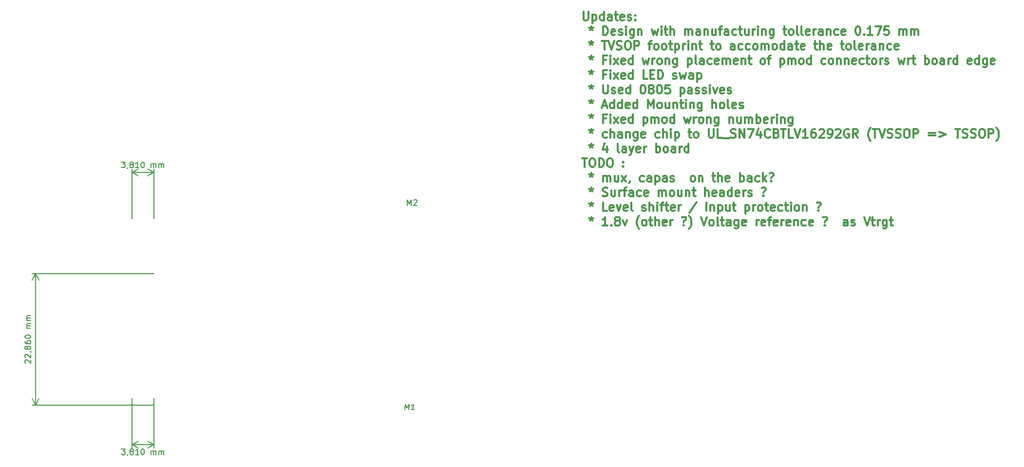
<source format=gbr>
G04 #@! TF.GenerationSoftware,KiCad,Pcbnew,5.1.10*
G04 #@! TF.CreationDate,2021-11-30T15:42:49+01:00*
G04 #@! TF.ProjectId,JTAGMux_1.0,4a544147-4d75-4785-9f31-2e302e6b6963,v1.0.1*
G04 #@! TF.SameCoordinates,Original*
G04 #@! TF.FileFunction,OtherDrawing,Comment*
%FSLAX46Y46*%
G04 Gerber Fmt 4.6, Leading zero omitted, Abs format (unit mm)*
G04 Created by KiCad (PCBNEW 5.1.10) date 2021-11-30 15:42:49*
%MOMM*%
%LPD*%
G01*
G04 APERTURE LIST*
%ADD10C,0.150000*%
%ADD11C,0.300000*%
G04 APERTURE END LIST*
D10*
X68340714Y-114702380D02*
X68959761Y-114702380D01*
X68626428Y-115083333D01*
X68769285Y-115083333D01*
X68864523Y-115130952D01*
X68912142Y-115178571D01*
X68959761Y-115273809D01*
X68959761Y-115511904D01*
X68912142Y-115607142D01*
X68864523Y-115654761D01*
X68769285Y-115702380D01*
X68483571Y-115702380D01*
X68388333Y-115654761D01*
X68340714Y-115607142D01*
X69435952Y-115654761D02*
X69435952Y-115702380D01*
X69388333Y-115797619D01*
X69340714Y-115845238D01*
X70007380Y-115130952D02*
X69912142Y-115083333D01*
X69864523Y-115035714D01*
X69816904Y-114940476D01*
X69816904Y-114892857D01*
X69864523Y-114797619D01*
X69912142Y-114750000D01*
X70007380Y-114702380D01*
X70197857Y-114702380D01*
X70293095Y-114750000D01*
X70340714Y-114797619D01*
X70388333Y-114892857D01*
X70388333Y-114940476D01*
X70340714Y-115035714D01*
X70293095Y-115083333D01*
X70197857Y-115130952D01*
X70007380Y-115130952D01*
X69912142Y-115178571D01*
X69864523Y-115226190D01*
X69816904Y-115321428D01*
X69816904Y-115511904D01*
X69864523Y-115607142D01*
X69912142Y-115654761D01*
X70007380Y-115702380D01*
X70197857Y-115702380D01*
X70293095Y-115654761D01*
X70340714Y-115607142D01*
X70388333Y-115511904D01*
X70388333Y-115321428D01*
X70340714Y-115226190D01*
X70293095Y-115178571D01*
X70197857Y-115130952D01*
X71340714Y-115702380D02*
X70769285Y-115702380D01*
X71055000Y-115702380D02*
X71055000Y-114702380D01*
X70959761Y-114845238D01*
X70864523Y-114940476D01*
X70769285Y-114988095D01*
X71959761Y-114702380D02*
X72055000Y-114702380D01*
X72150238Y-114750000D01*
X72197857Y-114797619D01*
X72245476Y-114892857D01*
X72293095Y-115083333D01*
X72293095Y-115321428D01*
X72245476Y-115511904D01*
X72197857Y-115607142D01*
X72150238Y-115654761D01*
X72055000Y-115702380D01*
X71959761Y-115702380D01*
X71864523Y-115654761D01*
X71816904Y-115607142D01*
X71769285Y-115511904D01*
X71721666Y-115321428D01*
X71721666Y-115083333D01*
X71769285Y-114892857D01*
X71816904Y-114797619D01*
X71864523Y-114750000D01*
X71959761Y-114702380D01*
X73483571Y-115702380D02*
X73483571Y-115035714D01*
X73483571Y-115130952D02*
X73531190Y-115083333D01*
X73626428Y-115035714D01*
X73769285Y-115035714D01*
X73864523Y-115083333D01*
X73912142Y-115178571D01*
X73912142Y-115702380D01*
X73912142Y-115178571D02*
X73959761Y-115083333D01*
X74055000Y-115035714D01*
X74197857Y-115035714D01*
X74293095Y-115083333D01*
X74340714Y-115178571D01*
X74340714Y-115702380D01*
X74816904Y-115702380D02*
X74816904Y-115035714D01*
X74816904Y-115130952D02*
X74864523Y-115083333D01*
X74959761Y-115035714D01*
X75102619Y-115035714D01*
X75197857Y-115083333D01*
X75245476Y-115178571D01*
X75245476Y-115702380D01*
X75245476Y-115178571D02*
X75293095Y-115083333D01*
X75388333Y-115035714D01*
X75531190Y-115035714D01*
X75626428Y-115083333D01*
X75674047Y-115178571D01*
X75674047Y-115702380D01*
X73960000Y-116550000D02*
X70150000Y-116550000D01*
X73960000Y-124590028D02*
X73960000Y-115963579D01*
X70150000Y-124590028D02*
X70150000Y-115963579D01*
X70150000Y-116550000D02*
X71276504Y-115963579D01*
X70150000Y-116550000D02*
X71276504Y-117136421D01*
X73960000Y-116550000D02*
X72833496Y-115963579D01*
X73960000Y-116550000D02*
X72833496Y-117136421D01*
X68340714Y-164592408D02*
X68959761Y-164592408D01*
X68626428Y-164973361D01*
X68769285Y-164973361D01*
X68864523Y-165020980D01*
X68912142Y-165068599D01*
X68959761Y-165163837D01*
X68959761Y-165401932D01*
X68912142Y-165497170D01*
X68864523Y-165544789D01*
X68769285Y-165592408D01*
X68483571Y-165592408D01*
X68388333Y-165544789D01*
X68340714Y-165497170D01*
X69435952Y-165544789D02*
X69435952Y-165592408D01*
X69388333Y-165687647D01*
X69340714Y-165735266D01*
X70007380Y-165020980D02*
X69912142Y-164973361D01*
X69864523Y-164925742D01*
X69816904Y-164830504D01*
X69816904Y-164782885D01*
X69864523Y-164687647D01*
X69912142Y-164640028D01*
X70007380Y-164592408D01*
X70197857Y-164592408D01*
X70293095Y-164640028D01*
X70340714Y-164687647D01*
X70388333Y-164782885D01*
X70388333Y-164830504D01*
X70340714Y-164925742D01*
X70293095Y-164973361D01*
X70197857Y-165020980D01*
X70007380Y-165020980D01*
X69912142Y-165068599D01*
X69864523Y-165116218D01*
X69816904Y-165211456D01*
X69816904Y-165401932D01*
X69864523Y-165497170D01*
X69912142Y-165544789D01*
X70007380Y-165592408D01*
X70197857Y-165592408D01*
X70293095Y-165544789D01*
X70340714Y-165497170D01*
X70388333Y-165401932D01*
X70388333Y-165211456D01*
X70340714Y-165116218D01*
X70293095Y-165068599D01*
X70197857Y-165020980D01*
X71340714Y-165592408D02*
X70769285Y-165592408D01*
X71055000Y-165592408D02*
X71055000Y-164592408D01*
X70959761Y-164735266D01*
X70864523Y-164830504D01*
X70769285Y-164878123D01*
X71959761Y-164592408D02*
X72055000Y-164592408D01*
X72150238Y-164640028D01*
X72197857Y-164687647D01*
X72245476Y-164782885D01*
X72293095Y-164973361D01*
X72293095Y-165211456D01*
X72245476Y-165401932D01*
X72197857Y-165497170D01*
X72150238Y-165544789D01*
X72055000Y-165592408D01*
X71959761Y-165592408D01*
X71864523Y-165544789D01*
X71816904Y-165497170D01*
X71769285Y-165401932D01*
X71721666Y-165211456D01*
X71721666Y-164973361D01*
X71769285Y-164782885D01*
X71816904Y-164687647D01*
X71864523Y-164640028D01*
X71959761Y-164592408D01*
X73483571Y-165592408D02*
X73483571Y-164925742D01*
X73483571Y-165020980D02*
X73531190Y-164973361D01*
X73626428Y-164925742D01*
X73769285Y-164925742D01*
X73864523Y-164973361D01*
X73912142Y-165068599D01*
X73912142Y-165592408D01*
X73912142Y-165068599D02*
X73959761Y-164973361D01*
X74055000Y-164925742D01*
X74197857Y-164925742D01*
X74293095Y-164973361D01*
X74340714Y-165068599D01*
X74340714Y-165592408D01*
X74816904Y-165592408D02*
X74816904Y-164925742D01*
X74816904Y-165020980D02*
X74864523Y-164973361D01*
X74959761Y-164925742D01*
X75102619Y-164925742D01*
X75197857Y-164973361D01*
X75245476Y-165068599D01*
X75245476Y-165592408D01*
X75245476Y-165068599D02*
X75293095Y-164973361D01*
X75388333Y-164925742D01*
X75531190Y-164925742D01*
X75626428Y-164973361D01*
X75674047Y-165068599D01*
X75674047Y-165592408D01*
X70150000Y-163840028D02*
X73960000Y-163840028D01*
X70150000Y-155800000D02*
X70150000Y-164426449D01*
X73960000Y-155800000D02*
X73960000Y-164426449D01*
X73960000Y-163840028D02*
X72833496Y-164426449D01*
X73960000Y-163840028D02*
X72833496Y-163253607D01*
X70150000Y-163840028D02*
X71276504Y-164426449D01*
X70150000Y-163840028D02*
X71276504Y-163253607D01*
D11*
X148607242Y-88581971D02*
X148607242Y-89796257D01*
X148678671Y-89939114D01*
X148750100Y-90010542D01*
X148892957Y-90081971D01*
X149178671Y-90081971D01*
X149321528Y-90010542D01*
X149392957Y-89939114D01*
X149464385Y-89796257D01*
X149464385Y-88581971D01*
X150178671Y-89081971D02*
X150178671Y-90581971D01*
X150178671Y-89153400D02*
X150321528Y-89081971D01*
X150607242Y-89081971D01*
X150750100Y-89153400D01*
X150821528Y-89224828D01*
X150892957Y-89367685D01*
X150892957Y-89796257D01*
X150821528Y-89939114D01*
X150750100Y-90010542D01*
X150607242Y-90081971D01*
X150321528Y-90081971D01*
X150178671Y-90010542D01*
X152178671Y-90081971D02*
X152178671Y-88581971D01*
X152178671Y-90010542D02*
X152035814Y-90081971D01*
X151750100Y-90081971D01*
X151607242Y-90010542D01*
X151535814Y-89939114D01*
X151464385Y-89796257D01*
X151464385Y-89367685D01*
X151535814Y-89224828D01*
X151607242Y-89153400D01*
X151750100Y-89081971D01*
X152035814Y-89081971D01*
X152178671Y-89153400D01*
X153535814Y-90081971D02*
X153535814Y-89296257D01*
X153464385Y-89153400D01*
X153321528Y-89081971D01*
X153035814Y-89081971D01*
X152892957Y-89153400D01*
X153535814Y-90010542D02*
X153392957Y-90081971D01*
X153035814Y-90081971D01*
X152892957Y-90010542D01*
X152821528Y-89867685D01*
X152821528Y-89724828D01*
X152892957Y-89581971D01*
X153035814Y-89510542D01*
X153392957Y-89510542D01*
X153535814Y-89439114D01*
X154035814Y-89081971D02*
X154607242Y-89081971D01*
X154250100Y-88581971D02*
X154250100Y-89867685D01*
X154321528Y-90010542D01*
X154464385Y-90081971D01*
X154607242Y-90081971D01*
X155678671Y-90010542D02*
X155535814Y-90081971D01*
X155250100Y-90081971D01*
X155107242Y-90010542D01*
X155035814Y-89867685D01*
X155035814Y-89296257D01*
X155107242Y-89153400D01*
X155250100Y-89081971D01*
X155535814Y-89081971D01*
X155678671Y-89153400D01*
X155750100Y-89296257D01*
X155750100Y-89439114D01*
X155035814Y-89581971D01*
X156321528Y-90010542D02*
X156464385Y-90081971D01*
X156750100Y-90081971D01*
X156892957Y-90010542D01*
X156964385Y-89867685D01*
X156964385Y-89796257D01*
X156892957Y-89653400D01*
X156750100Y-89581971D01*
X156535814Y-89581971D01*
X156392957Y-89510542D01*
X156321528Y-89367685D01*
X156321528Y-89296257D01*
X156392957Y-89153400D01*
X156535814Y-89081971D01*
X156750100Y-89081971D01*
X156892957Y-89153400D01*
X157607242Y-89939114D02*
X157678671Y-90010542D01*
X157607242Y-90081971D01*
X157535814Y-90010542D01*
X157607242Y-89939114D01*
X157607242Y-90081971D01*
X157607242Y-89153400D02*
X157678671Y-89224828D01*
X157607242Y-89296257D01*
X157535814Y-89224828D01*
X157607242Y-89153400D01*
X157607242Y-89296257D01*
X149964385Y-91131971D02*
X149964385Y-91489114D01*
X149607242Y-91346257D02*
X149964385Y-91489114D01*
X150321528Y-91346257D01*
X149750100Y-91774828D02*
X149964385Y-91489114D01*
X150178671Y-91774828D01*
X152035814Y-92631971D02*
X152035814Y-91131971D01*
X152392957Y-91131971D01*
X152607242Y-91203400D01*
X152750100Y-91346257D01*
X152821528Y-91489114D01*
X152892957Y-91774828D01*
X152892957Y-91989114D01*
X152821528Y-92274828D01*
X152750100Y-92417685D01*
X152607242Y-92560542D01*
X152392957Y-92631971D01*
X152035814Y-92631971D01*
X154107242Y-92560542D02*
X153964385Y-92631971D01*
X153678671Y-92631971D01*
X153535814Y-92560542D01*
X153464385Y-92417685D01*
X153464385Y-91846257D01*
X153535814Y-91703400D01*
X153678671Y-91631971D01*
X153964385Y-91631971D01*
X154107242Y-91703400D01*
X154178671Y-91846257D01*
X154178671Y-91989114D01*
X153464385Y-92131971D01*
X154750100Y-92560542D02*
X154892957Y-92631971D01*
X155178671Y-92631971D01*
X155321528Y-92560542D01*
X155392957Y-92417685D01*
X155392957Y-92346257D01*
X155321528Y-92203400D01*
X155178671Y-92131971D01*
X154964385Y-92131971D01*
X154821528Y-92060542D01*
X154750100Y-91917685D01*
X154750100Y-91846257D01*
X154821528Y-91703400D01*
X154964385Y-91631971D01*
X155178671Y-91631971D01*
X155321528Y-91703400D01*
X156035814Y-92631971D02*
X156035814Y-91631971D01*
X156035814Y-91131971D02*
X155964385Y-91203400D01*
X156035814Y-91274828D01*
X156107242Y-91203400D01*
X156035814Y-91131971D01*
X156035814Y-91274828D01*
X157392957Y-91631971D02*
X157392957Y-92846257D01*
X157321528Y-92989114D01*
X157250100Y-93060542D01*
X157107242Y-93131971D01*
X156892957Y-93131971D01*
X156750100Y-93060542D01*
X157392957Y-92560542D02*
X157250100Y-92631971D01*
X156964385Y-92631971D01*
X156821528Y-92560542D01*
X156750100Y-92489114D01*
X156678671Y-92346257D01*
X156678671Y-91917685D01*
X156750100Y-91774828D01*
X156821528Y-91703400D01*
X156964385Y-91631971D01*
X157250100Y-91631971D01*
X157392957Y-91703400D01*
X158107242Y-91631971D02*
X158107242Y-92631971D01*
X158107242Y-91774828D02*
X158178671Y-91703400D01*
X158321528Y-91631971D01*
X158535814Y-91631971D01*
X158678671Y-91703400D01*
X158750100Y-91846257D01*
X158750100Y-92631971D01*
X160464385Y-91631971D02*
X160750100Y-92631971D01*
X161035814Y-91917685D01*
X161321528Y-92631971D01*
X161607242Y-91631971D01*
X162178671Y-92631971D02*
X162178671Y-91631971D01*
X162178671Y-91131971D02*
X162107242Y-91203400D01*
X162178671Y-91274828D01*
X162250100Y-91203400D01*
X162178671Y-91131971D01*
X162178671Y-91274828D01*
X162678671Y-91631971D02*
X163250100Y-91631971D01*
X162892957Y-91131971D02*
X162892957Y-92417685D01*
X162964385Y-92560542D01*
X163107242Y-92631971D01*
X163250100Y-92631971D01*
X163750100Y-92631971D02*
X163750100Y-91131971D01*
X164392957Y-92631971D02*
X164392957Y-91846257D01*
X164321528Y-91703400D01*
X164178671Y-91631971D01*
X163964385Y-91631971D01*
X163821528Y-91703400D01*
X163750100Y-91774828D01*
X166250100Y-92631971D02*
X166250100Y-91631971D01*
X166250100Y-91774828D02*
X166321528Y-91703400D01*
X166464385Y-91631971D01*
X166678671Y-91631971D01*
X166821528Y-91703400D01*
X166892957Y-91846257D01*
X166892957Y-92631971D01*
X166892957Y-91846257D02*
X166964385Y-91703400D01*
X167107242Y-91631971D01*
X167321528Y-91631971D01*
X167464385Y-91703400D01*
X167535814Y-91846257D01*
X167535814Y-92631971D01*
X168892957Y-92631971D02*
X168892957Y-91846257D01*
X168821528Y-91703400D01*
X168678671Y-91631971D01*
X168392957Y-91631971D01*
X168250100Y-91703400D01*
X168892957Y-92560542D02*
X168750100Y-92631971D01*
X168392957Y-92631971D01*
X168250100Y-92560542D01*
X168178671Y-92417685D01*
X168178671Y-92274828D01*
X168250100Y-92131971D01*
X168392957Y-92060542D01*
X168750100Y-92060542D01*
X168892957Y-91989114D01*
X169607242Y-91631971D02*
X169607242Y-92631971D01*
X169607242Y-91774828D02*
X169678671Y-91703400D01*
X169821528Y-91631971D01*
X170035814Y-91631971D01*
X170178671Y-91703400D01*
X170250100Y-91846257D01*
X170250100Y-92631971D01*
X171607242Y-91631971D02*
X171607242Y-92631971D01*
X170964385Y-91631971D02*
X170964385Y-92417685D01*
X171035814Y-92560542D01*
X171178671Y-92631971D01*
X171392957Y-92631971D01*
X171535814Y-92560542D01*
X171607242Y-92489114D01*
X172107242Y-91631971D02*
X172678671Y-91631971D01*
X172321528Y-92631971D02*
X172321528Y-91346257D01*
X172392957Y-91203400D01*
X172535814Y-91131971D01*
X172678671Y-91131971D01*
X173821528Y-92631971D02*
X173821528Y-91846257D01*
X173750100Y-91703400D01*
X173607242Y-91631971D01*
X173321528Y-91631971D01*
X173178671Y-91703400D01*
X173821528Y-92560542D02*
X173678671Y-92631971D01*
X173321528Y-92631971D01*
X173178671Y-92560542D01*
X173107242Y-92417685D01*
X173107242Y-92274828D01*
X173178671Y-92131971D01*
X173321528Y-92060542D01*
X173678671Y-92060542D01*
X173821528Y-91989114D01*
X175178671Y-92560542D02*
X175035814Y-92631971D01*
X174750100Y-92631971D01*
X174607242Y-92560542D01*
X174535814Y-92489114D01*
X174464385Y-92346257D01*
X174464385Y-91917685D01*
X174535814Y-91774828D01*
X174607242Y-91703400D01*
X174750100Y-91631971D01*
X175035814Y-91631971D01*
X175178671Y-91703400D01*
X175607242Y-91631971D02*
X176178671Y-91631971D01*
X175821528Y-91131971D02*
X175821528Y-92417685D01*
X175892957Y-92560542D01*
X176035814Y-92631971D01*
X176178671Y-92631971D01*
X177321528Y-91631971D02*
X177321528Y-92631971D01*
X176678671Y-91631971D02*
X176678671Y-92417685D01*
X176750100Y-92560542D01*
X176892957Y-92631971D01*
X177107242Y-92631971D01*
X177250100Y-92560542D01*
X177321528Y-92489114D01*
X178035814Y-92631971D02*
X178035814Y-91631971D01*
X178035814Y-91917685D02*
X178107242Y-91774828D01*
X178178671Y-91703400D01*
X178321528Y-91631971D01*
X178464385Y-91631971D01*
X178964385Y-92631971D02*
X178964385Y-91631971D01*
X178964385Y-91131971D02*
X178892957Y-91203400D01*
X178964385Y-91274828D01*
X179035814Y-91203400D01*
X178964385Y-91131971D01*
X178964385Y-91274828D01*
X179678671Y-91631971D02*
X179678671Y-92631971D01*
X179678671Y-91774828D02*
X179750100Y-91703400D01*
X179892957Y-91631971D01*
X180107242Y-91631971D01*
X180250100Y-91703400D01*
X180321528Y-91846257D01*
X180321528Y-92631971D01*
X181678671Y-91631971D02*
X181678671Y-92846257D01*
X181607242Y-92989114D01*
X181535814Y-93060542D01*
X181392957Y-93131971D01*
X181178671Y-93131971D01*
X181035814Y-93060542D01*
X181678671Y-92560542D02*
X181535814Y-92631971D01*
X181250100Y-92631971D01*
X181107242Y-92560542D01*
X181035814Y-92489114D01*
X180964385Y-92346257D01*
X180964385Y-91917685D01*
X181035814Y-91774828D01*
X181107242Y-91703400D01*
X181250100Y-91631971D01*
X181535814Y-91631971D01*
X181678671Y-91703400D01*
X183321528Y-91631971D02*
X183892957Y-91631971D01*
X183535814Y-91131971D02*
X183535814Y-92417685D01*
X183607242Y-92560542D01*
X183750100Y-92631971D01*
X183892957Y-92631971D01*
X184607242Y-92631971D02*
X184464385Y-92560542D01*
X184392957Y-92489114D01*
X184321528Y-92346257D01*
X184321528Y-91917685D01*
X184392957Y-91774828D01*
X184464385Y-91703400D01*
X184607242Y-91631971D01*
X184821528Y-91631971D01*
X184964385Y-91703400D01*
X185035814Y-91774828D01*
X185107242Y-91917685D01*
X185107242Y-92346257D01*
X185035814Y-92489114D01*
X184964385Y-92560542D01*
X184821528Y-92631971D01*
X184607242Y-92631971D01*
X185964385Y-92631971D02*
X185821528Y-92560542D01*
X185750100Y-92417685D01*
X185750100Y-91131971D01*
X186750100Y-92631971D02*
X186607242Y-92560542D01*
X186535814Y-92417685D01*
X186535814Y-91131971D01*
X187892957Y-92560542D02*
X187750100Y-92631971D01*
X187464385Y-92631971D01*
X187321528Y-92560542D01*
X187250100Y-92417685D01*
X187250100Y-91846257D01*
X187321528Y-91703400D01*
X187464385Y-91631971D01*
X187750100Y-91631971D01*
X187892957Y-91703400D01*
X187964385Y-91846257D01*
X187964385Y-91989114D01*
X187250100Y-92131971D01*
X188607242Y-92631971D02*
X188607242Y-91631971D01*
X188607242Y-91917685D02*
X188678671Y-91774828D01*
X188750100Y-91703400D01*
X188892957Y-91631971D01*
X189035814Y-91631971D01*
X190178671Y-92631971D02*
X190178671Y-91846257D01*
X190107242Y-91703400D01*
X189964385Y-91631971D01*
X189678671Y-91631971D01*
X189535814Y-91703400D01*
X190178671Y-92560542D02*
X190035814Y-92631971D01*
X189678671Y-92631971D01*
X189535814Y-92560542D01*
X189464385Y-92417685D01*
X189464385Y-92274828D01*
X189535814Y-92131971D01*
X189678671Y-92060542D01*
X190035814Y-92060542D01*
X190178671Y-91989114D01*
X190892957Y-91631971D02*
X190892957Y-92631971D01*
X190892957Y-91774828D02*
X190964385Y-91703400D01*
X191107242Y-91631971D01*
X191321528Y-91631971D01*
X191464385Y-91703400D01*
X191535814Y-91846257D01*
X191535814Y-92631971D01*
X192892957Y-92560542D02*
X192750100Y-92631971D01*
X192464385Y-92631971D01*
X192321528Y-92560542D01*
X192250100Y-92489114D01*
X192178671Y-92346257D01*
X192178671Y-91917685D01*
X192250100Y-91774828D01*
X192321528Y-91703400D01*
X192464385Y-91631971D01*
X192750100Y-91631971D01*
X192892957Y-91703400D01*
X194107242Y-92560542D02*
X193964385Y-92631971D01*
X193678671Y-92631971D01*
X193535814Y-92560542D01*
X193464385Y-92417685D01*
X193464385Y-91846257D01*
X193535814Y-91703400D01*
X193678671Y-91631971D01*
X193964385Y-91631971D01*
X194107242Y-91703400D01*
X194178671Y-91846257D01*
X194178671Y-91989114D01*
X193464385Y-92131971D01*
X196250100Y-91131971D02*
X196392957Y-91131971D01*
X196535814Y-91203400D01*
X196607242Y-91274828D01*
X196678671Y-91417685D01*
X196750100Y-91703400D01*
X196750100Y-92060542D01*
X196678671Y-92346257D01*
X196607242Y-92489114D01*
X196535814Y-92560542D01*
X196392957Y-92631971D01*
X196250100Y-92631971D01*
X196107242Y-92560542D01*
X196035814Y-92489114D01*
X195964385Y-92346257D01*
X195892957Y-92060542D01*
X195892957Y-91703400D01*
X195964385Y-91417685D01*
X196035814Y-91274828D01*
X196107242Y-91203400D01*
X196250100Y-91131971D01*
X197392957Y-92489114D02*
X197464385Y-92560542D01*
X197392957Y-92631971D01*
X197321528Y-92560542D01*
X197392957Y-92489114D01*
X197392957Y-92631971D01*
X198892957Y-92631971D02*
X198035814Y-92631971D01*
X198464385Y-92631971D02*
X198464385Y-91131971D01*
X198321528Y-91346257D01*
X198178671Y-91489114D01*
X198035814Y-91560542D01*
X199392957Y-91131971D02*
X200392957Y-91131971D01*
X199750100Y-92631971D01*
X201678671Y-91131971D02*
X200964385Y-91131971D01*
X200892957Y-91846257D01*
X200964385Y-91774828D01*
X201107242Y-91703400D01*
X201464385Y-91703400D01*
X201607242Y-91774828D01*
X201678671Y-91846257D01*
X201750100Y-91989114D01*
X201750100Y-92346257D01*
X201678671Y-92489114D01*
X201607242Y-92560542D01*
X201464385Y-92631971D01*
X201107242Y-92631971D01*
X200964385Y-92560542D01*
X200892957Y-92489114D01*
X203535814Y-92631971D02*
X203535814Y-91631971D01*
X203535814Y-91774828D02*
X203607242Y-91703400D01*
X203750100Y-91631971D01*
X203964385Y-91631971D01*
X204107242Y-91703400D01*
X204178671Y-91846257D01*
X204178671Y-92631971D01*
X204178671Y-91846257D02*
X204250100Y-91703400D01*
X204392957Y-91631971D01*
X204607242Y-91631971D01*
X204750100Y-91703400D01*
X204821528Y-91846257D01*
X204821528Y-92631971D01*
X205535814Y-92631971D02*
X205535814Y-91631971D01*
X205535814Y-91774828D02*
X205607242Y-91703400D01*
X205750100Y-91631971D01*
X205964385Y-91631971D01*
X206107242Y-91703400D01*
X206178671Y-91846257D01*
X206178671Y-92631971D01*
X206178671Y-91846257D02*
X206250100Y-91703400D01*
X206392957Y-91631971D01*
X206607242Y-91631971D01*
X206750100Y-91703400D01*
X206821528Y-91846257D01*
X206821528Y-92631971D01*
X149964385Y-93681971D02*
X149964385Y-94039114D01*
X149607242Y-93896257D02*
X149964385Y-94039114D01*
X150321528Y-93896257D01*
X149750100Y-94324828D02*
X149964385Y-94039114D01*
X150178671Y-94324828D01*
X151821528Y-93681971D02*
X152678671Y-93681971D01*
X152250100Y-95181971D02*
X152250100Y-93681971D01*
X152964385Y-93681971D02*
X153464385Y-95181971D01*
X153964385Y-93681971D01*
X154392957Y-95110542D02*
X154607242Y-95181971D01*
X154964385Y-95181971D01*
X155107242Y-95110542D01*
X155178671Y-95039114D01*
X155250100Y-94896257D01*
X155250100Y-94753400D01*
X155178671Y-94610542D01*
X155107242Y-94539114D01*
X154964385Y-94467685D01*
X154678671Y-94396257D01*
X154535814Y-94324828D01*
X154464385Y-94253400D01*
X154392957Y-94110542D01*
X154392957Y-93967685D01*
X154464385Y-93824828D01*
X154535814Y-93753400D01*
X154678671Y-93681971D01*
X155035814Y-93681971D01*
X155250100Y-93753400D01*
X156178671Y-93681971D02*
X156464385Y-93681971D01*
X156607242Y-93753400D01*
X156750100Y-93896257D01*
X156821528Y-94181971D01*
X156821528Y-94681971D01*
X156750100Y-94967685D01*
X156607242Y-95110542D01*
X156464385Y-95181971D01*
X156178671Y-95181971D01*
X156035814Y-95110542D01*
X155892957Y-94967685D01*
X155821528Y-94681971D01*
X155821528Y-94181971D01*
X155892957Y-93896257D01*
X156035814Y-93753400D01*
X156178671Y-93681971D01*
X157464385Y-95181971D02*
X157464385Y-93681971D01*
X158035814Y-93681971D01*
X158178671Y-93753400D01*
X158250100Y-93824828D01*
X158321528Y-93967685D01*
X158321528Y-94181971D01*
X158250100Y-94324828D01*
X158178671Y-94396257D01*
X158035814Y-94467685D01*
X157464385Y-94467685D01*
X159892957Y-94181971D02*
X160464385Y-94181971D01*
X160107242Y-95181971D02*
X160107242Y-93896257D01*
X160178671Y-93753400D01*
X160321528Y-93681971D01*
X160464385Y-93681971D01*
X161178671Y-95181971D02*
X161035814Y-95110542D01*
X160964385Y-95039114D01*
X160892957Y-94896257D01*
X160892957Y-94467685D01*
X160964385Y-94324828D01*
X161035814Y-94253400D01*
X161178671Y-94181971D01*
X161392957Y-94181971D01*
X161535814Y-94253400D01*
X161607242Y-94324828D01*
X161678671Y-94467685D01*
X161678671Y-94896257D01*
X161607242Y-95039114D01*
X161535814Y-95110542D01*
X161392957Y-95181971D01*
X161178671Y-95181971D01*
X162535814Y-95181971D02*
X162392957Y-95110542D01*
X162321528Y-95039114D01*
X162250100Y-94896257D01*
X162250100Y-94467685D01*
X162321528Y-94324828D01*
X162392957Y-94253400D01*
X162535814Y-94181971D01*
X162750100Y-94181971D01*
X162892957Y-94253400D01*
X162964385Y-94324828D01*
X163035814Y-94467685D01*
X163035814Y-94896257D01*
X162964385Y-95039114D01*
X162892957Y-95110542D01*
X162750100Y-95181971D01*
X162535814Y-95181971D01*
X163464385Y-94181971D02*
X164035814Y-94181971D01*
X163678671Y-93681971D02*
X163678671Y-94967685D01*
X163750100Y-95110542D01*
X163892957Y-95181971D01*
X164035814Y-95181971D01*
X164535814Y-94181971D02*
X164535814Y-95681971D01*
X164535814Y-94253400D02*
X164678671Y-94181971D01*
X164964385Y-94181971D01*
X165107242Y-94253400D01*
X165178671Y-94324828D01*
X165250100Y-94467685D01*
X165250100Y-94896257D01*
X165178671Y-95039114D01*
X165107242Y-95110542D01*
X164964385Y-95181971D01*
X164678671Y-95181971D01*
X164535814Y-95110542D01*
X165892957Y-95181971D02*
X165892957Y-94181971D01*
X165892957Y-94467685D02*
X165964385Y-94324828D01*
X166035814Y-94253400D01*
X166178671Y-94181971D01*
X166321528Y-94181971D01*
X166821528Y-95181971D02*
X166821528Y-94181971D01*
X166821528Y-93681971D02*
X166750100Y-93753400D01*
X166821528Y-93824828D01*
X166892957Y-93753400D01*
X166821528Y-93681971D01*
X166821528Y-93824828D01*
X167535814Y-94181971D02*
X167535814Y-95181971D01*
X167535814Y-94324828D02*
X167607242Y-94253400D01*
X167750100Y-94181971D01*
X167964385Y-94181971D01*
X168107242Y-94253400D01*
X168178671Y-94396257D01*
X168178671Y-95181971D01*
X168678671Y-94181971D02*
X169250100Y-94181971D01*
X168892957Y-93681971D02*
X168892957Y-94967685D01*
X168964385Y-95110542D01*
X169107242Y-95181971D01*
X169250100Y-95181971D01*
X170678671Y-94181971D02*
X171250100Y-94181971D01*
X170892957Y-93681971D02*
X170892957Y-94967685D01*
X170964385Y-95110542D01*
X171107242Y-95181971D01*
X171250100Y-95181971D01*
X171964385Y-95181971D02*
X171821528Y-95110542D01*
X171750100Y-95039114D01*
X171678671Y-94896257D01*
X171678671Y-94467685D01*
X171750100Y-94324828D01*
X171821528Y-94253400D01*
X171964385Y-94181971D01*
X172178671Y-94181971D01*
X172321528Y-94253400D01*
X172392957Y-94324828D01*
X172464385Y-94467685D01*
X172464385Y-94896257D01*
X172392957Y-95039114D01*
X172321528Y-95110542D01*
X172178671Y-95181971D01*
X171964385Y-95181971D01*
X174892957Y-95181971D02*
X174892957Y-94396257D01*
X174821528Y-94253400D01*
X174678671Y-94181971D01*
X174392957Y-94181971D01*
X174250100Y-94253400D01*
X174892957Y-95110542D02*
X174750100Y-95181971D01*
X174392957Y-95181971D01*
X174250100Y-95110542D01*
X174178671Y-94967685D01*
X174178671Y-94824828D01*
X174250100Y-94681971D01*
X174392957Y-94610542D01*
X174750100Y-94610542D01*
X174892957Y-94539114D01*
X176250100Y-95110542D02*
X176107242Y-95181971D01*
X175821528Y-95181971D01*
X175678671Y-95110542D01*
X175607242Y-95039114D01*
X175535814Y-94896257D01*
X175535814Y-94467685D01*
X175607242Y-94324828D01*
X175678671Y-94253400D01*
X175821528Y-94181971D01*
X176107242Y-94181971D01*
X176250100Y-94253400D01*
X177535814Y-95110542D02*
X177392957Y-95181971D01*
X177107242Y-95181971D01*
X176964385Y-95110542D01*
X176892957Y-95039114D01*
X176821528Y-94896257D01*
X176821528Y-94467685D01*
X176892957Y-94324828D01*
X176964385Y-94253400D01*
X177107242Y-94181971D01*
X177392957Y-94181971D01*
X177535814Y-94253400D01*
X178392957Y-95181971D02*
X178250100Y-95110542D01*
X178178671Y-95039114D01*
X178107242Y-94896257D01*
X178107242Y-94467685D01*
X178178671Y-94324828D01*
X178250100Y-94253400D01*
X178392957Y-94181971D01*
X178607242Y-94181971D01*
X178750100Y-94253400D01*
X178821528Y-94324828D01*
X178892957Y-94467685D01*
X178892957Y-94896257D01*
X178821528Y-95039114D01*
X178750100Y-95110542D01*
X178607242Y-95181971D01*
X178392957Y-95181971D01*
X179535814Y-95181971D02*
X179535814Y-94181971D01*
X179535814Y-94324828D02*
X179607242Y-94253400D01*
X179750100Y-94181971D01*
X179964385Y-94181971D01*
X180107242Y-94253400D01*
X180178671Y-94396257D01*
X180178671Y-95181971D01*
X180178671Y-94396257D02*
X180250100Y-94253400D01*
X180392957Y-94181971D01*
X180607242Y-94181971D01*
X180750100Y-94253400D01*
X180821528Y-94396257D01*
X180821528Y-95181971D01*
X181750100Y-95181971D02*
X181607242Y-95110542D01*
X181535814Y-95039114D01*
X181464385Y-94896257D01*
X181464385Y-94467685D01*
X181535814Y-94324828D01*
X181607242Y-94253400D01*
X181750100Y-94181971D01*
X181964385Y-94181971D01*
X182107242Y-94253400D01*
X182178671Y-94324828D01*
X182250100Y-94467685D01*
X182250100Y-94896257D01*
X182178671Y-95039114D01*
X182107242Y-95110542D01*
X181964385Y-95181971D01*
X181750100Y-95181971D01*
X183535814Y-95181971D02*
X183535814Y-93681971D01*
X183535814Y-95110542D02*
X183392957Y-95181971D01*
X183107242Y-95181971D01*
X182964385Y-95110542D01*
X182892957Y-95039114D01*
X182821528Y-94896257D01*
X182821528Y-94467685D01*
X182892957Y-94324828D01*
X182964385Y-94253400D01*
X183107242Y-94181971D01*
X183392957Y-94181971D01*
X183535814Y-94253400D01*
X184892957Y-95181971D02*
X184892957Y-94396257D01*
X184821528Y-94253400D01*
X184678671Y-94181971D01*
X184392957Y-94181971D01*
X184250100Y-94253400D01*
X184892957Y-95110542D02*
X184750100Y-95181971D01*
X184392957Y-95181971D01*
X184250100Y-95110542D01*
X184178671Y-94967685D01*
X184178671Y-94824828D01*
X184250100Y-94681971D01*
X184392957Y-94610542D01*
X184750100Y-94610542D01*
X184892957Y-94539114D01*
X185392957Y-94181971D02*
X185964385Y-94181971D01*
X185607242Y-93681971D02*
X185607242Y-94967685D01*
X185678671Y-95110542D01*
X185821528Y-95181971D01*
X185964385Y-95181971D01*
X187035814Y-95110542D02*
X186892957Y-95181971D01*
X186607242Y-95181971D01*
X186464385Y-95110542D01*
X186392957Y-94967685D01*
X186392957Y-94396257D01*
X186464385Y-94253400D01*
X186607242Y-94181971D01*
X186892957Y-94181971D01*
X187035814Y-94253400D01*
X187107242Y-94396257D01*
X187107242Y-94539114D01*
X186392957Y-94681971D01*
X188678671Y-94181971D02*
X189250100Y-94181971D01*
X188892957Y-93681971D02*
X188892957Y-94967685D01*
X188964385Y-95110542D01*
X189107242Y-95181971D01*
X189250100Y-95181971D01*
X189750100Y-95181971D02*
X189750100Y-93681971D01*
X190392957Y-95181971D02*
X190392957Y-94396257D01*
X190321528Y-94253400D01*
X190178671Y-94181971D01*
X189964385Y-94181971D01*
X189821528Y-94253400D01*
X189750100Y-94324828D01*
X191678671Y-95110542D02*
X191535814Y-95181971D01*
X191250100Y-95181971D01*
X191107242Y-95110542D01*
X191035814Y-94967685D01*
X191035814Y-94396257D01*
X191107242Y-94253400D01*
X191250100Y-94181971D01*
X191535814Y-94181971D01*
X191678671Y-94253400D01*
X191750100Y-94396257D01*
X191750100Y-94539114D01*
X191035814Y-94681971D01*
X193321528Y-94181971D02*
X193892957Y-94181971D01*
X193535814Y-93681971D02*
X193535814Y-94967685D01*
X193607242Y-95110542D01*
X193750100Y-95181971D01*
X193892957Y-95181971D01*
X194607242Y-95181971D02*
X194464385Y-95110542D01*
X194392957Y-95039114D01*
X194321528Y-94896257D01*
X194321528Y-94467685D01*
X194392957Y-94324828D01*
X194464385Y-94253400D01*
X194607242Y-94181971D01*
X194821528Y-94181971D01*
X194964385Y-94253400D01*
X195035814Y-94324828D01*
X195107242Y-94467685D01*
X195107242Y-94896257D01*
X195035814Y-95039114D01*
X194964385Y-95110542D01*
X194821528Y-95181971D01*
X194607242Y-95181971D01*
X195964385Y-95181971D02*
X195821528Y-95110542D01*
X195750100Y-94967685D01*
X195750100Y-93681971D01*
X197107242Y-95110542D02*
X196964385Y-95181971D01*
X196678671Y-95181971D01*
X196535814Y-95110542D01*
X196464385Y-94967685D01*
X196464385Y-94396257D01*
X196535814Y-94253400D01*
X196678671Y-94181971D01*
X196964385Y-94181971D01*
X197107242Y-94253400D01*
X197178671Y-94396257D01*
X197178671Y-94539114D01*
X196464385Y-94681971D01*
X197821528Y-95181971D02*
X197821528Y-94181971D01*
X197821528Y-94467685D02*
X197892957Y-94324828D01*
X197964385Y-94253400D01*
X198107242Y-94181971D01*
X198250100Y-94181971D01*
X199392957Y-95181971D02*
X199392957Y-94396257D01*
X199321528Y-94253400D01*
X199178671Y-94181971D01*
X198892957Y-94181971D01*
X198750100Y-94253400D01*
X199392957Y-95110542D02*
X199250100Y-95181971D01*
X198892957Y-95181971D01*
X198750100Y-95110542D01*
X198678671Y-94967685D01*
X198678671Y-94824828D01*
X198750100Y-94681971D01*
X198892957Y-94610542D01*
X199250100Y-94610542D01*
X199392957Y-94539114D01*
X200107242Y-94181971D02*
X200107242Y-95181971D01*
X200107242Y-94324828D02*
X200178671Y-94253400D01*
X200321528Y-94181971D01*
X200535814Y-94181971D01*
X200678671Y-94253400D01*
X200750100Y-94396257D01*
X200750100Y-95181971D01*
X202107242Y-95110542D02*
X201964385Y-95181971D01*
X201678671Y-95181971D01*
X201535814Y-95110542D01*
X201464385Y-95039114D01*
X201392957Y-94896257D01*
X201392957Y-94467685D01*
X201464385Y-94324828D01*
X201535814Y-94253400D01*
X201678671Y-94181971D01*
X201964385Y-94181971D01*
X202107242Y-94253400D01*
X203321528Y-95110542D02*
X203178671Y-95181971D01*
X202892957Y-95181971D01*
X202750100Y-95110542D01*
X202678671Y-94967685D01*
X202678671Y-94396257D01*
X202750100Y-94253400D01*
X202892957Y-94181971D01*
X203178671Y-94181971D01*
X203321528Y-94253400D01*
X203392957Y-94396257D01*
X203392957Y-94539114D01*
X202678671Y-94681971D01*
X149964385Y-96231971D02*
X149964385Y-96589114D01*
X149607242Y-96446257D02*
X149964385Y-96589114D01*
X150321528Y-96446257D01*
X149750100Y-96874828D02*
X149964385Y-96589114D01*
X150178671Y-96874828D01*
X152535814Y-96946257D02*
X152035814Y-96946257D01*
X152035814Y-97731971D02*
X152035814Y-96231971D01*
X152750100Y-96231971D01*
X153321528Y-97731971D02*
X153321528Y-96731971D01*
X153321528Y-96231971D02*
X153250100Y-96303400D01*
X153321528Y-96374828D01*
X153392957Y-96303400D01*
X153321528Y-96231971D01*
X153321528Y-96374828D01*
X153892957Y-97731971D02*
X154678671Y-96731971D01*
X153892957Y-96731971D02*
X154678671Y-97731971D01*
X155821528Y-97660542D02*
X155678671Y-97731971D01*
X155392957Y-97731971D01*
X155250100Y-97660542D01*
X155178671Y-97517685D01*
X155178671Y-96946257D01*
X155250100Y-96803400D01*
X155392957Y-96731971D01*
X155678671Y-96731971D01*
X155821528Y-96803400D01*
X155892957Y-96946257D01*
X155892957Y-97089114D01*
X155178671Y-97231971D01*
X157178671Y-97731971D02*
X157178671Y-96231971D01*
X157178671Y-97660542D02*
X157035814Y-97731971D01*
X156750100Y-97731971D01*
X156607242Y-97660542D01*
X156535814Y-97589114D01*
X156464385Y-97446257D01*
X156464385Y-97017685D01*
X156535814Y-96874828D01*
X156607242Y-96803400D01*
X156750100Y-96731971D01*
X157035814Y-96731971D01*
X157178671Y-96803400D01*
X158892957Y-96731971D02*
X159178671Y-97731971D01*
X159464385Y-97017685D01*
X159750100Y-97731971D01*
X160035814Y-96731971D01*
X160607242Y-97731971D02*
X160607242Y-96731971D01*
X160607242Y-97017685D02*
X160678671Y-96874828D01*
X160750100Y-96803400D01*
X160892957Y-96731971D01*
X161035814Y-96731971D01*
X161750100Y-97731971D02*
X161607242Y-97660542D01*
X161535814Y-97589114D01*
X161464385Y-97446257D01*
X161464385Y-97017685D01*
X161535814Y-96874828D01*
X161607242Y-96803400D01*
X161750100Y-96731971D01*
X161964385Y-96731971D01*
X162107242Y-96803400D01*
X162178671Y-96874828D01*
X162250100Y-97017685D01*
X162250100Y-97446257D01*
X162178671Y-97589114D01*
X162107242Y-97660542D01*
X161964385Y-97731971D01*
X161750100Y-97731971D01*
X162892957Y-96731971D02*
X162892957Y-97731971D01*
X162892957Y-96874828D02*
X162964385Y-96803400D01*
X163107242Y-96731971D01*
X163321528Y-96731971D01*
X163464385Y-96803400D01*
X163535814Y-96946257D01*
X163535814Y-97731971D01*
X164892957Y-96731971D02*
X164892957Y-97946257D01*
X164821528Y-98089114D01*
X164750100Y-98160542D01*
X164607242Y-98231971D01*
X164392957Y-98231971D01*
X164250100Y-98160542D01*
X164892957Y-97660542D02*
X164750100Y-97731971D01*
X164464385Y-97731971D01*
X164321528Y-97660542D01*
X164250100Y-97589114D01*
X164178671Y-97446257D01*
X164178671Y-97017685D01*
X164250100Y-96874828D01*
X164321528Y-96803400D01*
X164464385Y-96731971D01*
X164750100Y-96731971D01*
X164892957Y-96803400D01*
X166750100Y-96731971D02*
X166750100Y-98231971D01*
X166750100Y-96803400D02*
X166892957Y-96731971D01*
X167178671Y-96731971D01*
X167321528Y-96803400D01*
X167392957Y-96874828D01*
X167464385Y-97017685D01*
X167464385Y-97446257D01*
X167392957Y-97589114D01*
X167321528Y-97660542D01*
X167178671Y-97731971D01*
X166892957Y-97731971D01*
X166750100Y-97660542D01*
X168321528Y-97731971D02*
X168178671Y-97660542D01*
X168107242Y-97517685D01*
X168107242Y-96231971D01*
X169535814Y-97731971D02*
X169535814Y-96946257D01*
X169464385Y-96803400D01*
X169321528Y-96731971D01*
X169035814Y-96731971D01*
X168892957Y-96803400D01*
X169535814Y-97660542D02*
X169392957Y-97731971D01*
X169035814Y-97731971D01*
X168892957Y-97660542D01*
X168821528Y-97517685D01*
X168821528Y-97374828D01*
X168892957Y-97231971D01*
X169035814Y-97160542D01*
X169392957Y-97160542D01*
X169535814Y-97089114D01*
X170892957Y-97660542D02*
X170750100Y-97731971D01*
X170464385Y-97731971D01*
X170321528Y-97660542D01*
X170250100Y-97589114D01*
X170178671Y-97446257D01*
X170178671Y-97017685D01*
X170250100Y-96874828D01*
X170321528Y-96803400D01*
X170464385Y-96731971D01*
X170750100Y-96731971D01*
X170892957Y-96803400D01*
X172107242Y-97660542D02*
X171964385Y-97731971D01*
X171678671Y-97731971D01*
X171535814Y-97660542D01*
X171464385Y-97517685D01*
X171464385Y-96946257D01*
X171535814Y-96803400D01*
X171678671Y-96731971D01*
X171964385Y-96731971D01*
X172107242Y-96803400D01*
X172178671Y-96946257D01*
X172178671Y-97089114D01*
X171464385Y-97231971D01*
X172821528Y-97731971D02*
X172821528Y-96731971D01*
X172821528Y-96874828D02*
X172892957Y-96803400D01*
X173035814Y-96731971D01*
X173250100Y-96731971D01*
X173392957Y-96803400D01*
X173464385Y-96946257D01*
X173464385Y-97731971D01*
X173464385Y-96946257D02*
X173535814Y-96803400D01*
X173678671Y-96731971D01*
X173892957Y-96731971D01*
X174035814Y-96803400D01*
X174107242Y-96946257D01*
X174107242Y-97731971D01*
X175392957Y-97660542D02*
X175250100Y-97731971D01*
X174964385Y-97731971D01*
X174821528Y-97660542D01*
X174750100Y-97517685D01*
X174750100Y-96946257D01*
X174821528Y-96803400D01*
X174964385Y-96731971D01*
X175250100Y-96731971D01*
X175392957Y-96803400D01*
X175464385Y-96946257D01*
X175464385Y-97089114D01*
X174750100Y-97231971D01*
X176107242Y-96731971D02*
X176107242Y-97731971D01*
X176107242Y-96874828D02*
X176178671Y-96803400D01*
X176321528Y-96731971D01*
X176535814Y-96731971D01*
X176678671Y-96803400D01*
X176750100Y-96946257D01*
X176750100Y-97731971D01*
X177250100Y-96731971D02*
X177821528Y-96731971D01*
X177464385Y-96231971D02*
X177464385Y-97517685D01*
X177535814Y-97660542D01*
X177678671Y-97731971D01*
X177821528Y-97731971D01*
X179678671Y-97731971D02*
X179535814Y-97660542D01*
X179464385Y-97589114D01*
X179392957Y-97446257D01*
X179392957Y-97017685D01*
X179464385Y-96874828D01*
X179535814Y-96803400D01*
X179678671Y-96731971D01*
X179892957Y-96731971D01*
X180035814Y-96803400D01*
X180107242Y-96874828D01*
X180178671Y-97017685D01*
X180178671Y-97446257D01*
X180107242Y-97589114D01*
X180035814Y-97660542D01*
X179892957Y-97731971D01*
X179678671Y-97731971D01*
X180607242Y-96731971D02*
X181178671Y-96731971D01*
X180821528Y-97731971D02*
X180821528Y-96446257D01*
X180892957Y-96303400D01*
X181035814Y-96231971D01*
X181178671Y-96231971D01*
X182821528Y-96731971D02*
X182821528Y-98231971D01*
X182821528Y-96803400D02*
X182964385Y-96731971D01*
X183250100Y-96731971D01*
X183392957Y-96803400D01*
X183464385Y-96874828D01*
X183535814Y-97017685D01*
X183535814Y-97446257D01*
X183464385Y-97589114D01*
X183392957Y-97660542D01*
X183250100Y-97731971D01*
X182964385Y-97731971D01*
X182821528Y-97660542D01*
X184178671Y-97731971D02*
X184178671Y-96731971D01*
X184178671Y-96874828D02*
X184250100Y-96803400D01*
X184392957Y-96731971D01*
X184607242Y-96731971D01*
X184750100Y-96803400D01*
X184821528Y-96946257D01*
X184821528Y-97731971D01*
X184821528Y-96946257D02*
X184892957Y-96803400D01*
X185035814Y-96731971D01*
X185250100Y-96731971D01*
X185392957Y-96803400D01*
X185464385Y-96946257D01*
X185464385Y-97731971D01*
X186392957Y-97731971D02*
X186250100Y-97660542D01*
X186178671Y-97589114D01*
X186107242Y-97446257D01*
X186107242Y-97017685D01*
X186178671Y-96874828D01*
X186250100Y-96803400D01*
X186392957Y-96731971D01*
X186607242Y-96731971D01*
X186750100Y-96803400D01*
X186821528Y-96874828D01*
X186892957Y-97017685D01*
X186892957Y-97446257D01*
X186821528Y-97589114D01*
X186750100Y-97660542D01*
X186607242Y-97731971D01*
X186392957Y-97731971D01*
X188178671Y-97731971D02*
X188178671Y-96231971D01*
X188178671Y-97660542D02*
X188035814Y-97731971D01*
X187750100Y-97731971D01*
X187607242Y-97660542D01*
X187535814Y-97589114D01*
X187464385Y-97446257D01*
X187464385Y-97017685D01*
X187535814Y-96874828D01*
X187607242Y-96803400D01*
X187750100Y-96731971D01*
X188035814Y-96731971D01*
X188178671Y-96803400D01*
X190678671Y-97660542D02*
X190535814Y-97731971D01*
X190250100Y-97731971D01*
X190107242Y-97660542D01*
X190035814Y-97589114D01*
X189964385Y-97446257D01*
X189964385Y-97017685D01*
X190035814Y-96874828D01*
X190107242Y-96803400D01*
X190250100Y-96731971D01*
X190535814Y-96731971D01*
X190678671Y-96803400D01*
X191535814Y-97731971D02*
X191392957Y-97660542D01*
X191321528Y-97589114D01*
X191250100Y-97446257D01*
X191250100Y-97017685D01*
X191321528Y-96874828D01*
X191392957Y-96803400D01*
X191535814Y-96731971D01*
X191750100Y-96731971D01*
X191892957Y-96803400D01*
X191964385Y-96874828D01*
X192035814Y-97017685D01*
X192035814Y-97446257D01*
X191964385Y-97589114D01*
X191892957Y-97660542D01*
X191750100Y-97731971D01*
X191535814Y-97731971D01*
X192678671Y-96731971D02*
X192678671Y-97731971D01*
X192678671Y-96874828D02*
X192750100Y-96803400D01*
X192892957Y-96731971D01*
X193107242Y-96731971D01*
X193250100Y-96803400D01*
X193321528Y-96946257D01*
X193321528Y-97731971D01*
X194035814Y-96731971D02*
X194035814Y-97731971D01*
X194035814Y-96874828D02*
X194107242Y-96803400D01*
X194250100Y-96731971D01*
X194464385Y-96731971D01*
X194607242Y-96803400D01*
X194678671Y-96946257D01*
X194678671Y-97731971D01*
X195964385Y-97660542D02*
X195821528Y-97731971D01*
X195535814Y-97731971D01*
X195392957Y-97660542D01*
X195321528Y-97517685D01*
X195321528Y-96946257D01*
X195392957Y-96803400D01*
X195535814Y-96731971D01*
X195821528Y-96731971D01*
X195964385Y-96803400D01*
X196035814Y-96946257D01*
X196035814Y-97089114D01*
X195321528Y-97231971D01*
X197321528Y-97660542D02*
X197178671Y-97731971D01*
X196892957Y-97731971D01*
X196750100Y-97660542D01*
X196678671Y-97589114D01*
X196607242Y-97446257D01*
X196607242Y-97017685D01*
X196678671Y-96874828D01*
X196750100Y-96803400D01*
X196892957Y-96731971D01*
X197178671Y-96731971D01*
X197321528Y-96803400D01*
X197750100Y-96731971D02*
X198321528Y-96731971D01*
X197964385Y-96231971D02*
X197964385Y-97517685D01*
X198035814Y-97660542D01*
X198178671Y-97731971D01*
X198321528Y-97731971D01*
X199035814Y-97731971D02*
X198892957Y-97660542D01*
X198821528Y-97589114D01*
X198750100Y-97446257D01*
X198750100Y-97017685D01*
X198821528Y-96874828D01*
X198892957Y-96803400D01*
X199035814Y-96731971D01*
X199250100Y-96731971D01*
X199392957Y-96803400D01*
X199464385Y-96874828D01*
X199535814Y-97017685D01*
X199535814Y-97446257D01*
X199464385Y-97589114D01*
X199392957Y-97660542D01*
X199250100Y-97731971D01*
X199035814Y-97731971D01*
X200178671Y-97731971D02*
X200178671Y-96731971D01*
X200178671Y-97017685D02*
X200250100Y-96874828D01*
X200321528Y-96803400D01*
X200464385Y-96731971D01*
X200607242Y-96731971D01*
X201035814Y-97660542D02*
X201178671Y-97731971D01*
X201464385Y-97731971D01*
X201607242Y-97660542D01*
X201678671Y-97517685D01*
X201678671Y-97446257D01*
X201607242Y-97303400D01*
X201464385Y-97231971D01*
X201250100Y-97231971D01*
X201107242Y-97160542D01*
X201035814Y-97017685D01*
X201035814Y-96946257D01*
X201107242Y-96803400D01*
X201250100Y-96731971D01*
X201464385Y-96731971D01*
X201607242Y-96803400D01*
X203321528Y-96731971D02*
X203607242Y-97731971D01*
X203892957Y-97017685D01*
X204178671Y-97731971D01*
X204464385Y-96731971D01*
X205035814Y-97731971D02*
X205035814Y-96731971D01*
X205035814Y-97017685D02*
X205107242Y-96874828D01*
X205178671Y-96803400D01*
X205321528Y-96731971D01*
X205464385Y-96731971D01*
X205750100Y-96731971D02*
X206321528Y-96731971D01*
X205964385Y-96231971D02*
X205964385Y-97517685D01*
X206035814Y-97660542D01*
X206178671Y-97731971D01*
X206321528Y-97731971D01*
X207964385Y-97731971D02*
X207964385Y-96231971D01*
X207964385Y-96803400D02*
X208107242Y-96731971D01*
X208392957Y-96731971D01*
X208535814Y-96803400D01*
X208607242Y-96874828D01*
X208678671Y-97017685D01*
X208678671Y-97446257D01*
X208607242Y-97589114D01*
X208535814Y-97660542D01*
X208392957Y-97731971D01*
X208107242Y-97731971D01*
X207964385Y-97660542D01*
X209535814Y-97731971D02*
X209392957Y-97660542D01*
X209321528Y-97589114D01*
X209250100Y-97446257D01*
X209250100Y-97017685D01*
X209321528Y-96874828D01*
X209392957Y-96803400D01*
X209535814Y-96731971D01*
X209750100Y-96731971D01*
X209892957Y-96803400D01*
X209964385Y-96874828D01*
X210035814Y-97017685D01*
X210035814Y-97446257D01*
X209964385Y-97589114D01*
X209892957Y-97660542D01*
X209750100Y-97731971D01*
X209535814Y-97731971D01*
X211321528Y-97731971D02*
X211321528Y-96946257D01*
X211250100Y-96803400D01*
X211107242Y-96731971D01*
X210821528Y-96731971D01*
X210678671Y-96803400D01*
X211321528Y-97660542D02*
X211178671Y-97731971D01*
X210821528Y-97731971D01*
X210678671Y-97660542D01*
X210607242Y-97517685D01*
X210607242Y-97374828D01*
X210678671Y-97231971D01*
X210821528Y-97160542D01*
X211178671Y-97160542D01*
X211321528Y-97089114D01*
X212035814Y-97731971D02*
X212035814Y-96731971D01*
X212035814Y-97017685D02*
X212107242Y-96874828D01*
X212178671Y-96803400D01*
X212321528Y-96731971D01*
X212464385Y-96731971D01*
X213607242Y-97731971D02*
X213607242Y-96231971D01*
X213607242Y-97660542D02*
X213464385Y-97731971D01*
X213178671Y-97731971D01*
X213035814Y-97660542D01*
X212964385Y-97589114D01*
X212892957Y-97446257D01*
X212892957Y-97017685D01*
X212964385Y-96874828D01*
X213035814Y-96803400D01*
X213178671Y-96731971D01*
X213464385Y-96731971D01*
X213607242Y-96803400D01*
X216035814Y-97660542D02*
X215892957Y-97731971D01*
X215607242Y-97731971D01*
X215464385Y-97660542D01*
X215392957Y-97517685D01*
X215392957Y-96946257D01*
X215464385Y-96803400D01*
X215607242Y-96731971D01*
X215892957Y-96731971D01*
X216035814Y-96803400D01*
X216107242Y-96946257D01*
X216107242Y-97089114D01*
X215392957Y-97231971D01*
X217392957Y-97731971D02*
X217392957Y-96231971D01*
X217392957Y-97660542D02*
X217250100Y-97731971D01*
X216964385Y-97731971D01*
X216821528Y-97660542D01*
X216750100Y-97589114D01*
X216678671Y-97446257D01*
X216678671Y-97017685D01*
X216750100Y-96874828D01*
X216821528Y-96803400D01*
X216964385Y-96731971D01*
X217250100Y-96731971D01*
X217392957Y-96803400D01*
X218750100Y-96731971D02*
X218750100Y-97946257D01*
X218678671Y-98089114D01*
X218607242Y-98160542D01*
X218464385Y-98231971D01*
X218250100Y-98231971D01*
X218107242Y-98160542D01*
X218750100Y-97660542D02*
X218607242Y-97731971D01*
X218321528Y-97731971D01*
X218178671Y-97660542D01*
X218107242Y-97589114D01*
X218035814Y-97446257D01*
X218035814Y-97017685D01*
X218107242Y-96874828D01*
X218178671Y-96803400D01*
X218321528Y-96731971D01*
X218607242Y-96731971D01*
X218750100Y-96803400D01*
X220035814Y-97660542D02*
X219892957Y-97731971D01*
X219607242Y-97731971D01*
X219464385Y-97660542D01*
X219392957Y-97517685D01*
X219392957Y-96946257D01*
X219464385Y-96803400D01*
X219607242Y-96731971D01*
X219892957Y-96731971D01*
X220035814Y-96803400D01*
X220107242Y-96946257D01*
X220107242Y-97089114D01*
X219392957Y-97231971D01*
X149964385Y-98781971D02*
X149964385Y-99139114D01*
X149607242Y-98996257D02*
X149964385Y-99139114D01*
X150321528Y-98996257D01*
X149750100Y-99424828D02*
X149964385Y-99139114D01*
X150178671Y-99424828D01*
X152535814Y-99496257D02*
X152035814Y-99496257D01*
X152035814Y-100281971D02*
X152035814Y-98781971D01*
X152750100Y-98781971D01*
X153321528Y-100281971D02*
X153321528Y-99281971D01*
X153321528Y-98781971D02*
X153250100Y-98853400D01*
X153321528Y-98924828D01*
X153392957Y-98853400D01*
X153321528Y-98781971D01*
X153321528Y-98924828D01*
X153892957Y-100281971D02*
X154678671Y-99281971D01*
X153892957Y-99281971D02*
X154678671Y-100281971D01*
X155821528Y-100210542D02*
X155678671Y-100281971D01*
X155392957Y-100281971D01*
X155250100Y-100210542D01*
X155178671Y-100067685D01*
X155178671Y-99496257D01*
X155250100Y-99353400D01*
X155392957Y-99281971D01*
X155678671Y-99281971D01*
X155821528Y-99353400D01*
X155892957Y-99496257D01*
X155892957Y-99639114D01*
X155178671Y-99781971D01*
X157178671Y-100281971D02*
X157178671Y-98781971D01*
X157178671Y-100210542D02*
X157035814Y-100281971D01*
X156750100Y-100281971D01*
X156607242Y-100210542D01*
X156535814Y-100139114D01*
X156464385Y-99996257D01*
X156464385Y-99567685D01*
X156535814Y-99424828D01*
X156607242Y-99353400D01*
X156750100Y-99281971D01*
X157035814Y-99281971D01*
X157178671Y-99353400D01*
X159750100Y-100281971D02*
X159035814Y-100281971D01*
X159035814Y-98781971D01*
X160250100Y-99496257D02*
X160750100Y-99496257D01*
X160964385Y-100281971D02*
X160250100Y-100281971D01*
X160250100Y-98781971D01*
X160964385Y-98781971D01*
X161607242Y-100281971D02*
X161607242Y-98781971D01*
X161964385Y-98781971D01*
X162178671Y-98853400D01*
X162321528Y-98996257D01*
X162392957Y-99139114D01*
X162464385Y-99424828D01*
X162464385Y-99639114D01*
X162392957Y-99924828D01*
X162321528Y-100067685D01*
X162178671Y-100210542D01*
X161964385Y-100281971D01*
X161607242Y-100281971D01*
X164178671Y-100210542D02*
X164321528Y-100281971D01*
X164607242Y-100281971D01*
X164750100Y-100210542D01*
X164821528Y-100067685D01*
X164821528Y-99996257D01*
X164750100Y-99853400D01*
X164607242Y-99781971D01*
X164392957Y-99781971D01*
X164250100Y-99710542D01*
X164178671Y-99567685D01*
X164178671Y-99496257D01*
X164250100Y-99353400D01*
X164392957Y-99281971D01*
X164607242Y-99281971D01*
X164750100Y-99353400D01*
X165321528Y-99281971D02*
X165607242Y-100281971D01*
X165892957Y-99567685D01*
X166178671Y-100281971D01*
X166464385Y-99281971D01*
X167678671Y-100281971D02*
X167678671Y-99496257D01*
X167607242Y-99353400D01*
X167464385Y-99281971D01*
X167178671Y-99281971D01*
X167035814Y-99353400D01*
X167678671Y-100210542D02*
X167535814Y-100281971D01*
X167178671Y-100281971D01*
X167035814Y-100210542D01*
X166964385Y-100067685D01*
X166964385Y-99924828D01*
X167035814Y-99781971D01*
X167178671Y-99710542D01*
X167535814Y-99710542D01*
X167678671Y-99639114D01*
X168392957Y-99281971D02*
X168392957Y-100781971D01*
X168392957Y-99353400D02*
X168535814Y-99281971D01*
X168821528Y-99281971D01*
X168964385Y-99353400D01*
X169035814Y-99424828D01*
X169107242Y-99567685D01*
X169107242Y-99996257D01*
X169035814Y-100139114D01*
X168964385Y-100210542D01*
X168821528Y-100281971D01*
X168535814Y-100281971D01*
X168392957Y-100210542D01*
X149964385Y-101331971D02*
X149964385Y-101689114D01*
X149607242Y-101546257D02*
X149964385Y-101689114D01*
X150321528Y-101546257D01*
X149750100Y-101974828D02*
X149964385Y-101689114D01*
X150178671Y-101974828D01*
X152035814Y-101331971D02*
X152035814Y-102546257D01*
X152107242Y-102689114D01*
X152178671Y-102760542D01*
X152321528Y-102831971D01*
X152607242Y-102831971D01*
X152750100Y-102760542D01*
X152821528Y-102689114D01*
X152892957Y-102546257D01*
X152892957Y-101331971D01*
X153535814Y-102760542D02*
X153678671Y-102831971D01*
X153964385Y-102831971D01*
X154107242Y-102760542D01*
X154178671Y-102617685D01*
X154178671Y-102546257D01*
X154107242Y-102403400D01*
X153964385Y-102331971D01*
X153750100Y-102331971D01*
X153607242Y-102260542D01*
X153535814Y-102117685D01*
X153535814Y-102046257D01*
X153607242Y-101903400D01*
X153750100Y-101831971D01*
X153964385Y-101831971D01*
X154107242Y-101903400D01*
X155392957Y-102760542D02*
X155250100Y-102831971D01*
X154964385Y-102831971D01*
X154821528Y-102760542D01*
X154750100Y-102617685D01*
X154750100Y-102046257D01*
X154821528Y-101903400D01*
X154964385Y-101831971D01*
X155250100Y-101831971D01*
X155392957Y-101903400D01*
X155464385Y-102046257D01*
X155464385Y-102189114D01*
X154750100Y-102331971D01*
X156750100Y-102831971D02*
X156750100Y-101331971D01*
X156750100Y-102760542D02*
X156607242Y-102831971D01*
X156321528Y-102831971D01*
X156178671Y-102760542D01*
X156107242Y-102689114D01*
X156035814Y-102546257D01*
X156035814Y-102117685D01*
X156107242Y-101974828D01*
X156178671Y-101903400D01*
X156321528Y-101831971D01*
X156607242Y-101831971D01*
X156750100Y-101903400D01*
X158892957Y-101331971D02*
X159035814Y-101331971D01*
X159178671Y-101403400D01*
X159250100Y-101474828D01*
X159321528Y-101617685D01*
X159392957Y-101903400D01*
X159392957Y-102260542D01*
X159321528Y-102546257D01*
X159250100Y-102689114D01*
X159178671Y-102760542D01*
X159035814Y-102831971D01*
X158892957Y-102831971D01*
X158750100Y-102760542D01*
X158678671Y-102689114D01*
X158607242Y-102546257D01*
X158535814Y-102260542D01*
X158535814Y-101903400D01*
X158607242Y-101617685D01*
X158678671Y-101474828D01*
X158750100Y-101403400D01*
X158892957Y-101331971D01*
X160250100Y-101974828D02*
X160107242Y-101903400D01*
X160035814Y-101831971D01*
X159964385Y-101689114D01*
X159964385Y-101617685D01*
X160035814Y-101474828D01*
X160107242Y-101403400D01*
X160250100Y-101331971D01*
X160535814Y-101331971D01*
X160678671Y-101403400D01*
X160750100Y-101474828D01*
X160821528Y-101617685D01*
X160821528Y-101689114D01*
X160750100Y-101831971D01*
X160678671Y-101903400D01*
X160535814Y-101974828D01*
X160250100Y-101974828D01*
X160107242Y-102046257D01*
X160035814Y-102117685D01*
X159964385Y-102260542D01*
X159964385Y-102546257D01*
X160035814Y-102689114D01*
X160107242Y-102760542D01*
X160250100Y-102831971D01*
X160535814Y-102831971D01*
X160678671Y-102760542D01*
X160750100Y-102689114D01*
X160821528Y-102546257D01*
X160821528Y-102260542D01*
X160750100Y-102117685D01*
X160678671Y-102046257D01*
X160535814Y-101974828D01*
X161750100Y-101331971D02*
X161892957Y-101331971D01*
X162035814Y-101403400D01*
X162107242Y-101474828D01*
X162178671Y-101617685D01*
X162250100Y-101903400D01*
X162250100Y-102260542D01*
X162178671Y-102546257D01*
X162107242Y-102689114D01*
X162035814Y-102760542D01*
X161892957Y-102831971D01*
X161750100Y-102831971D01*
X161607242Y-102760542D01*
X161535814Y-102689114D01*
X161464385Y-102546257D01*
X161392957Y-102260542D01*
X161392957Y-101903400D01*
X161464385Y-101617685D01*
X161535814Y-101474828D01*
X161607242Y-101403400D01*
X161750100Y-101331971D01*
X163607242Y-101331971D02*
X162892957Y-101331971D01*
X162821528Y-102046257D01*
X162892957Y-101974828D01*
X163035814Y-101903400D01*
X163392957Y-101903400D01*
X163535814Y-101974828D01*
X163607242Y-102046257D01*
X163678671Y-102189114D01*
X163678671Y-102546257D01*
X163607242Y-102689114D01*
X163535814Y-102760542D01*
X163392957Y-102831971D01*
X163035814Y-102831971D01*
X162892957Y-102760542D01*
X162821528Y-102689114D01*
X165464385Y-101831971D02*
X165464385Y-103331971D01*
X165464385Y-101903400D02*
X165607242Y-101831971D01*
X165892957Y-101831971D01*
X166035814Y-101903400D01*
X166107242Y-101974828D01*
X166178671Y-102117685D01*
X166178671Y-102546257D01*
X166107242Y-102689114D01*
X166035814Y-102760542D01*
X165892957Y-102831971D01*
X165607242Y-102831971D01*
X165464385Y-102760542D01*
X167464385Y-102831971D02*
X167464385Y-102046257D01*
X167392957Y-101903400D01*
X167250100Y-101831971D01*
X166964385Y-101831971D01*
X166821528Y-101903400D01*
X167464385Y-102760542D02*
X167321528Y-102831971D01*
X166964385Y-102831971D01*
X166821528Y-102760542D01*
X166750100Y-102617685D01*
X166750100Y-102474828D01*
X166821528Y-102331971D01*
X166964385Y-102260542D01*
X167321528Y-102260542D01*
X167464385Y-102189114D01*
X168107242Y-102760542D02*
X168250100Y-102831971D01*
X168535814Y-102831971D01*
X168678671Y-102760542D01*
X168750100Y-102617685D01*
X168750100Y-102546257D01*
X168678671Y-102403400D01*
X168535814Y-102331971D01*
X168321528Y-102331971D01*
X168178671Y-102260542D01*
X168107242Y-102117685D01*
X168107242Y-102046257D01*
X168178671Y-101903400D01*
X168321528Y-101831971D01*
X168535814Y-101831971D01*
X168678671Y-101903400D01*
X169321528Y-102760542D02*
X169464385Y-102831971D01*
X169750100Y-102831971D01*
X169892957Y-102760542D01*
X169964385Y-102617685D01*
X169964385Y-102546257D01*
X169892957Y-102403400D01*
X169750100Y-102331971D01*
X169535814Y-102331971D01*
X169392957Y-102260542D01*
X169321528Y-102117685D01*
X169321528Y-102046257D01*
X169392957Y-101903400D01*
X169535814Y-101831971D01*
X169750100Y-101831971D01*
X169892957Y-101903400D01*
X170607242Y-102831971D02*
X170607242Y-101831971D01*
X170607242Y-101331971D02*
X170535814Y-101403400D01*
X170607242Y-101474828D01*
X170678671Y-101403400D01*
X170607242Y-101331971D01*
X170607242Y-101474828D01*
X171178671Y-101831971D02*
X171535814Y-102831971D01*
X171892957Y-101831971D01*
X173035814Y-102760542D02*
X172892957Y-102831971D01*
X172607242Y-102831971D01*
X172464385Y-102760542D01*
X172392957Y-102617685D01*
X172392957Y-102046257D01*
X172464385Y-101903400D01*
X172607242Y-101831971D01*
X172892957Y-101831971D01*
X173035814Y-101903400D01*
X173107242Y-102046257D01*
X173107242Y-102189114D01*
X172392957Y-102331971D01*
X173678671Y-102760542D02*
X173821528Y-102831971D01*
X174107242Y-102831971D01*
X174250100Y-102760542D01*
X174321528Y-102617685D01*
X174321528Y-102546257D01*
X174250100Y-102403400D01*
X174107242Y-102331971D01*
X173892957Y-102331971D01*
X173750100Y-102260542D01*
X173678671Y-102117685D01*
X173678671Y-102046257D01*
X173750100Y-101903400D01*
X173892957Y-101831971D01*
X174107242Y-101831971D01*
X174250100Y-101903400D01*
X149964385Y-103881971D02*
X149964385Y-104239114D01*
X149607242Y-104096257D02*
X149964385Y-104239114D01*
X150321528Y-104096257D01*
X149750100Y-104524828D02*
X149964385Y-104239114D01*
X150178671Y-104524828D01*
X151964385Y-104953400D02*
X152678671Y-104953400D01*
X151821528Y-105381971D02*
X152321528Y-103881971D01*
X152821528Y-105381971D01*
X153964385Y-105381971D02*
X153964385Y-103881971D01*
X153964385Y-105310542D02*
X153821528Y-105381971D01*
X153535814Y-105381971D01*
X153392957Y-105310542D01*
X153321528Y-105239114D01*
X153250100Y-105096257D01*
X153250100Y-104667685D01*
X153321528Y-104524828D01*
X153392957Y-104453400D01*
X153535814Y-104381971D01*
X153821528Y-104381971D01*
X153964385Y-104453400D01*
X155321528Y-105381971D02*
X155321528Y-103881971D01*
X155321528Y-105310542D02*
X155178671Y-105381971D01*
X154892957Y-105381971D01*
X154750100Y-105310542D01*
X154678671Y-105239114D01*
X154607242Y-105096257D01*
X154607242Y-104667685D01*
X154678671Y-104524828D01*
X154750100Y-104453400D01*
X154892957Y-104381971D01*
X155178671Y-104381971D01*
X155321528Y-104453400D01*
X156607242Y-105310542D02*
X156464385Y-105381971D01*
X156178671Y-105381971D01*
X156035814Y-105310542D01*
X155964385Y-105167685D01*
X155964385Y-104596257D01*
X156035814Y-104453400D01*
X156178671Y-104381971D01*
X156464385Y-104381971D01*
X156607242Y-104453400D01*
X156678671Y-104596257D01*
X156678671Y-104739114D01*
X155964385Y-104881971D01*
X157964385Y-105381971D02*
X157964385Y-103881971D01*
X157964385Y-105310542D02*
X157821528Y-105381971D01*
X157535814Y-105381971D01*
X157392957Y-105310542D01*
X157321528Y-105239114D01*
X157250100Y-105096257D01*
X157250100Y-104667685D01*
X157321528Y-104524828D01*
X157392957Y-104453400D01*
X157535814Y-104381971D01*
X157821528Y-104381971D01*
X157964385Y-104453400D01*
X159821528Y-105381971D02*
X159821528Y-103881971D01*
X160321528Y-104953400D01*
X160821528Y-103881971D01*
X160821528Y-105381971D01*
X161750100Y-105381971D02*
X161607242Y-105310542D01*
X161535814Y-105239114D01*
X161464385Y-105096257D01*
X161464385Y-104667685D01*
X161535814Y-104524828D01*
X161607242Y-104453400D01*
X161750100Y-104381971D01*
X161964385Y-104381971D01*
X162107242Y-104453400D01*
X162178671Y-104524828D01*
X162250100Y-104667685D01*
X162250100Y-105096257D01*
X162178671Y-105239114D01*
X162107242Y-105310542D01*
X161964385Y-105381971D01*
X161750100Y-105381971D01*
X163535814Y-104381971D02*
X163535814Y-105381971D01*
X162892957Y-104381971D02*
X162892957Y-105167685D01*
X162964385Y-105310542D01*
X163107242Y-105381971D01*
X163321528Y-105381971D01*
X163464385Y-105310542D01*
X163535814Y-105239114D01*
X164250100Y-104381971D02*
X164250100Y-105381971D01*
X164250100Y-104524828D02*
X164321528Y-104453400D01*
X164464385Y-104381971D01*
X164678671Y-104381971D01*
X164821528Y-104453400D01*
X164892957Y-104596257D01*
X164892957Y-105381971D01*
X165392957Y-104381971D02*
X165964385Y-104381971D01*
X165607242Y-103881971D02*
X165607242Y-105167685D01*
X165678671Y-105310542D01*
X165821528Y-105381971D01*
X165964385Y-105381971D01*
X166464385Y-105381971D02*
X166464385Y-104381971D01*
X166464385Y-103881971D02*
X166392957Y-103953400D01*
X166464385Y-104024828D01*
X166535814Y-103953400D01*
X166464385Y-103881971D01*
X166464385Y-104024828D01*
X167178671Y-104381971D02*
X167178671Y-105381971D01*
X167178671Y-104524828D02*
X167250100Y-104453400D01*
X167392957Y-104381971D01*
X167607242Y-104381971D01*
X167750100Y-104453400D01*
X167821528Y-104596257D01*
X167821528Y-105381971D01*
X169178671Y-104381971D02*
X169178671Y-105596257D01*
X169107242Y-105739114D01*
X169035814Y-105810542D01*
X168892957Y-105881971D01*
X168678671Y-105881971D01*
X168535814Y-105810542D01*
X169178671Y-105310542D02*
X169035814Y-105381971D01*
X168750100Y-105381971D01*
X168607242Y-105310542D01*
X168535814Y-105239114D01*
X168464385Y-105096257D01*
X168464385Y-104667685D01*
X168535814Y-104524828D01*
X168607242Y-104453400D01*
X168750100Y-104381971D01*
X169035814Y-104381971D01*
X169178671Y-104453400D01*
X171035814Y-105381971D02*
X171035814Y-103881971D01*
X171678671Y-105381971D02*
X171678671Y-104596257D01*
X171607242Y-104453400D01*
X171464385Y-104381971D01*
X171250100Y-104381971D01*
X171107242Y-104453400D01*
X171035814Y-104524828D01*
X172607242Y-105381971D02*
X172464385Y-105310542D01*
X172392957Y-105239114D01*
X172321528Y-105096257D01*
X172321528Y-104667685D01*
X172392957Y-104524828D01*
X172464385Y-104453400D01*
X172607242Y-104381971D01*
X172821528Y-104381971D01*
X172964385Y-104453400D01*
X173035814Y-104524828D01*
X173107242Y-104667685D01*
X173107242Y-105096257D01*
X173035814Y-105239114D01*
X172964385Y-105310542D01*
X172821528Y-105381971D01*
X172607242Y-105381971D01*
X173964385Y-105381971D02*
X173821528Y-105310542D01*
X173750100Y-105167685D01*
X173750100Y-103881971D01*
X175107242Y-105310542D02*
X174964385Y-105381971D01*
X174678671Y-105381971D01*
X174535814Y-105310542D01*
X174464385Y-105167685D01*
X174464385Y-104596257D01*
X174535814Y-104453400D01*
X174678671Y-104381971D01*
X174964385Y-104381971D01*
X175107242Y-104453400D01*
X175178671Y-104596257D01*
X175178671Y-104739114D01*
X174464385Y-104881971D01*
X175750100Y-105310542D02*
X175892957Y-105381971D01*
X176178671Y-105381971D01*
X176321528Y-105310542D01*
X176392957Y-105167685D01*
X176392957Y-105096257D01*
X176321528Y-104953400D01*
X176178671Y-104881971D01*
X175964385Y-104881971D01*
X175821528Y-104810542D01*
X175750100Y-104667685D01*
X175750100Y-104596257D01*
X175821528Y-104453400D01*
X175964385Y-104381971D01*
X176178671Y-104381971D01*
X176321528Y-104453400D01*
X149964385Y-106431971D02*
X149964385Y-106789114D01*
X149607242Y-106646257D02*
X149964385Y-106789114D01*
X150321528Y-106646257D01*
X149750100Y-107074828D02*
X149964385Y-106789114D01*
X150178671Y-107074828D01*
X152535814Y-107146257D02*
X152035814Y-107146257D01*
X152035814Y-107931971D02*
X152035814Y-106431971D01*
X152750100Y-106431971D01*
X153321528Y-107931971D02*
X153321528Y-106931971D01*
X153321528Y-106431971D02*
X153250100Y-106503400D01*
X153321528Y-106574828D01*
X153392957Y-106503400D01*
X153321528Y-106431971D01*
X153321528Y-106574828D01*
X153892957Y-107931971D02*
X154678671Y-106931971D01*
X153892957Y-106931971D02*
X154678671Y-107931971D01*
X155821528Y-107860542D02*
X155678671Y-107931971D01*
X155392957Y-107931971D01*
X155250100Y-107860542D01*
X155178671Y-107717685D01*
X155178671Y-107146257D01*
X155250100Y-107003400D01*
X155392957Y-106931971D01*
X155678671Y-106931971D01*
X155821528Y-107003400D01*
X155892957Y-107146257D01*
X155892957Y-107289114D01*
X155178671Y-107431971D01*
X157178671Y-107931971D02*
X157178671Y-106431971D01*
X157178671Y-107860542D02*
X157035814Y-107931971D01*
X156750100Y-107931971D01*
X156607242Y-107860542D01*
X156535814Y-107789114D01*
X156464385Y-107646257D01*
X156464385Y-107217685D01*
X156535814Y-107074828D01*
X156607242Y-107003400D01*
X156750100Y-106931971D01*
X157035814Y-106931971D01*
X157178671Y-107003400D01*
X159035814Y-106931971D02*
X159035814Y-108431971D01*
X159035814Y-107003400D02*
X159178671Y-106931971D01*
X159464385Y-106931971D01*
X159607242Y-107003400D01*
X159678671Y-107074828D01*
X159750100Y-107217685D01*
X159750100Y-107646257D01*
X159678671Y-107789114D01*
X159607242Y-107860542D01*
X159464385Y-107931971D01*
X159178671Y-107931971D01*
X159035814Y-107860542D01*
X160392957Y-107931971D02*
X160392957Y-106931971D01*
X160392957Y-107074828D02*
X160464385Y-107003400D01*
X160607242Y-106931971D01*
X160821528Y-106931971D01*
X160964385Y-107003400D01*
X161035814Y-107146257D01*
X161035814Y-107931971D01*
X161035814Y-107146257D02*
X161107242Y-107003400D01*
X161250100Y-106931971D01*
X161464385Y-106931971D01*
X161607242Y-107003400D01*
X161678671Y-107146257D01*
X161678671Y-107931971D01*
X162607242Y-107931971D02*
X162464385Y-107860542D01*
X162392957Y-107789114D01*
X162321528Y-107646257D01*
X162321528Y-107217685D01*
X162392957Y-107074828D01*
X162464385Y-107003400D01*
X162607242Y-106931971D01*
X162821528Y-106931971D01*
X162964385Y-107003400D01*
X163035814Y-107074828D01*
X163107242Y-107217685D01*
X163107242Y-107646257D01*
X163035814Y-107789114D01*
X162964385Y-107860542D01*
X162821528Y-107931971D01*
X162607242Y-107931971D01*
X164392957Y-107931971D02*
X164392957Y-106431971D01*
X164392957Y-107860542D02*
X164250100Y-107931971D01*
X163964385Y-107931971D01*
X163821528Y-107860542D01*
X163750100Y-107789114D01*
X163678671Y-107646257D01*
X163678671Y-107217685D01*
X163750100Y-107074828D01*
X163821528Y-107003400D01*
X163964385Y-106931971D01*
X164250100Y-106931971D01*
X164392957Y-107003400D01*
X166107242Y-106931971D02*
X166392957Y-107931971D01*
X166678671Y-107217685D01*
X166964385Y-107931971D01*
X167250100Y-106931971D01*
X167821528Y-107931971D02*
X167821528Y-106931971D01*
X167821528Y-107217685D02*
X167892957Y-107074828D01*
X167964385Y-107003400D01*
X168107242Y-106931971D01*
X168250100Y-106931971D01*
X168964385Y-107931971D02*
X168821528Y-107860542D01*
X168750100Y-107789114D01*
X168678671Y-107646257D01*
X168678671Y-107217685D01*
X168750100Y-107074828D01*
X168821528Y-107003400D01*
X168964385Y-106931971D01*
X169178671Y-106931971D01*
X169321528Y-107003400D01*
X169392957Y-107074828D01*
X169464385Y-107217685D01*
X169464385Y-107646257D01*
X169392957Y-107789114D01*
X169321528Y-107860542D01*
X169178671Y-107931971D01*
X168964385Y-107931971D01*
X170107242Y-106931971D02*
X170107242Y-107931971D01*
X170107242Y-107074828D02*
X170178671Y-107003400D01*
X170321528Y-106931971D01*
X170535814Y-106931971D01*
X170678671Y-107003400D01*
X170750100Y-107146257D01*
X170750100Y-107931971D01*
X172107242Y-106931971D02*
X172107242Y-108146257D01*
X172035814Y-108289114D01*
X171964385Y-108360542D01*
X171821528Y-108431971D01*
X171607242Y-108431971D01*
X171464385Y-108360542D01*
X172107242Y-107860542D02*
X171964385Y-107931971D01*
X171678671Y-107931971D01*
X171535814Y-107860542D01*
X171464385Y-107789114D01*
X171392957Y-107646257D01*
X171392957Y-107217685D01*
X171464385Y-107074828D01*
X171535814Y-107003400D01*
X171678671Y-106931971D01*
X171964385Y-106931971D01*
X172107242Y-107003400D01*
X173964385Y-106931971D02*
X173964385Y-107931971D01*
X173964385Y-107074828D02*
X174035814Y-107003400D01*
X174178671Y-106931971D01*
X174392957Y-106931971D01*
X174535814Y-107003400D01*
X174607242Y-107146257D01*
X174607242Y-107931971D01*
X175964385Y-106931971D02*
X175964385Y-107931971D01*
X175321528Y-106931971D02*
X175321528Y-107717685D01*
X175392957Y-107860542D01*
X175535814Y-107931971D01*
X175750100Y-107931971D01*
X175892957Y-107860542D01*
X175964385Y-107789114D01*
X176678671Y-107931971D02*
X176678671Y-106931971D01*
X176678671Y-107074828D02*
X176750100Y-107003400D01*
X176892957Y-106931971D01*
X177107242Y-106931971D01*
X177250100Y-107003400D01*
X177321528Y-107146257D01*
X177321528Y-107931971D01*
X177321528Y-107146257D02*
X177392957Y-107003400D01*
X177535814Y-106931971D01*
X177750100Y-106931971D01*
X177892957Y-107003400D01*
X177964385Y-107146257D01*
X177964385Y-107931971D01*
X178678671Y-107931971D02*
X178678671Y-106431971D01*
X178678671Y-107003400D02*
X178821528Y-106931971D01*
X179107242Y-106931971D01*
X179250100Y-107003400D01*
X179321528Y-107074828D01*
X179392957Y-107217685D01*
X179392957Y-107646257D01*
X179321528Y-107789114D01*
X179250100Y-107860542D01*
X179107242Y-107931971D01*
X178821528Y-107931971D01*
X178678671Y-107860542D01*
X180607242Y-107860542D02*
X180464385Y-107931971D01*
X180178671Y-107931971D01*
X180035814Y-107860542D01*
X179964385Y-107717685D01*
X179964385Y-107146257D01*
X180035814Y-107003400D01*
X180178671Y-106931971D01*
X180464385Y-106931971D01*
X180607242Y-107003400D01*
X180678671Y-107146257D01*
X180678671Y-107289114D01*
X179964385Y-107431971D01*
X181321528Y-107931971D02*
X181321528Y-106931971D01*
X181321528Y-107217685D02*
X181392957Y-107074828D01*
X181464385Y-107003400D01*
X181607242Y-106931971D01*
X181750100Y-106931971D01*
X182250100Y-107931971D02*
X182250100Y-106931971D01*
X182250100Y-106431971D02*
X182178671Y-106503400D01*
X182250100Y-106574828D01*
X182321528Y-106503400D01*
X182250100Y-106431971D01*
X182250100Y-106574828D01*
X182964385Y-106931971D02*
X182964385Y-107931971D01*
X182964385Y-107074828D02*
X183035814Y-107003400D01*
X183178671Y-106931971D01*
X183392957Y-106931971D01*
X183535814Y-107003400D01*
X183607242Y-107146257D01*
X183607242Y-107931971D01*
X184964385Y-106931971D02*
X184964385Y-108146257D01*
X184892957Y-108289114D01*
X184821528Y-108360542D01*
X184678671Y-108431971D01*
X184464385Y-108431971D01*
X184321528Y-108360542D01*
X184964385Y-107860542D02*
X184821528Y-107931971D01*
X184535814Y-107931971D01*
X184392957Y-107860542D01*
X184321528Y-107789114D01*
X184250100Y-107646257D01*
X184250100Y-107217685D01*
X184321528Y-107074828D01*
X184392957Y-107003400D01*
X184535814Y-106931971D01*
X184821528Y-106931971D01*
X184964385Y-107003400D01*
X149964385Y-108981971D02*
X149964385Y-109339114D01*
X149607242Y-109196257D02*
X149964385Y-109339114D01*
X150321528Y-109196257D01*
X149750100Y-109624828D02*
X149964385Y-109339114D01*
X150178671Y-109624828D01*
X152678671Y-110410542D02*
X152535814Y-110481971D01*
X152250100Y-110481971D01*
X152107242Y-110410542D01*
X152035814Y-110339114D01*
X151964385Y-110196257D01*
X151964385Y-109767685D01*
X152035814Y-109624828D01*
X152107242Y-109553400D01*
X152250100Y-109481971D01*
X152535814Y-109481971D01*
X152678671Y-109553400D01*
X153321528Y-110481971D02*
X153321528Y-108981971D01*
X153964385Y-110481971D02*
X153964385Y-109696257D01*
X153892957Y-109553400D01*
X153750100Y-109481971D01*
X153535814Y-109481971D01*
X153392957Y-109553400D01*
X153321528Y-109624828D01*
X155321528Y-110481971D02*
X155321528Y-109696257D01*
X155250100Y-109553400D01*
X155107242Y-109481971D01*
X154821528Y-109481971D01*
X154678671Y-109553400D01*
X155321528Y-110410542D02*
X155178671Y-110481971D01*
X154821528Y-110481971D01*
X154678671Y-110410542D01*
X154607242Y-110267685D01*
X154607242Y-110124828D01*
X154678671Y-109981971D01*
X154821528Y-109910542D01*
X155178671Y-109910542D01*
X155321528Y-109839114D01*
X156035814Y-109481971D02*
X156035814Y-110481971D01*
X156035814Y-109624828D02*
X156107242Y-109553400D01*
X156250100Y-109481971D01*
X156464385Y-109481971D01*
X156607242Y-109553400D01*
X156678671Y-109696257D01*
X156678671Y-110481971D01*
X158035814Y-109481971D02*
X158035814Y-110696257D01*
X157964385Y-110839114D01*
X157892957Y-110910542D01*
X157750100Y-110981971D01*
X157535814Y-110981971D01*
X157392957Y-110910542D01*
X158035814Y-110410542D02*
X157892957Y-110481971D01*
X157607242Y-110481971D01*
X157464385Y-110410542D01*
X157392957Y-110339114D01*
X157321528Y-110196257D01*
X157321528Y-109767685D01*
X157392957Y-109624828D01*
X157464385Y-109553400D01*
X157607242Y-109481971D01*
X157892957Y-109481971D01*
X158035814Y-109553400D01*
X159321528Y-110410542D02*
X159178671Y-110481971D01*
X158892957Y-110481971D01*
X158750100Y-110410542D01*
X158678671Y-110267685D01*
X158678671Y-109696257D01*
X158750100Y-109553400D01*
X158892957Y-109481971D01*
X159178671Y-109481971D01*
X159321528Y-109553400D01*
X159392957Y-109696257D01*
X159392957Y-109839114D01*
X158678671Y-109981971D01*
X161821528Y-110410542D02*
X161678671Y-110481971D01*
X161392957Y-110481971D01*
X161250100Y-110410542D01*
X161178671Y-110339114D01*
X161107242Y-110196257D01*
X161107242Y-109767685D01*
X161178671Y-109624828D01*
X161250100Y-109553400D01*
X161392957Y-109481971D01*
X161678671Y-109481971D01*
X161821528Y-109553400D01*
X162464385Y-110481971D02*
X162464385Y-108981971D01*
X163107242Y-110481971D02*
X163107242Y-109696257D01*
X163035814Y-109553400D01*
X162892957Y-109481971D01*
X162678671Y-109481971D01*
X162535814Y-109553400D01*
X162464385Y-109624828D01*
X163821528Y-110481971D02*
X163821528Y-109481971D01*
X163821528Y-108981971D02*
X163750100Y-109053400D01*
X163821528Y-109124828D01*
X163892957Y-109053400D01*
X163821528Y-108981971D01*
X163821528Y-109124828D01*
X164535814Y-109481971D02*
X164535814Y-110981971D01*
X164535814Y-109553400D02*
X164678671Y-109481971D01*
X164964385Y-109481971D01*
X165107242Y-109553400D01*
X165178671Y-109624828D01*
X165250100Y-109767685D01*
X165250100Y-110196257D01*
X165178671Y-110339114D01*
X165107242Y-110410542D01*
X164964385Y-110481971D01*
X164678671Y-110481971D01*
X164535814Y-110410542D01*
X166821528Y-109481971D02*
X167392957Y-109481971D01*
X167035814Y-108981971D02*
X167035814Y-110267685D01*
X167107242Y-110410542D01*
X167250100Y-110481971D01*
X167392957Y-110481971D01*
X168107242Y-110481971D02*
X167964385Y-110410542D01*
X167892957Y-110339114D01*
X167821528Y-110196257D01*
X167821528Y-109767685D01*
X167892957Y-109624828D01*
X167964385Y-109553400D01*
X168107242Y-109481971D01*
X168321528Y-109481971D01*
X168464385Y-109553400D01*
X168535814Y-109624828D01*
X168607242Y-109767685D01*
X168607242Y-110196257D01*
X168535814Y-110339114D01*
X168464385Y-110410542D01*
X168321528Y-110481971D01*
X168107242Y-110481971D01*
X170392957Y-108981971D02*
X170392957Y-110196257D01*
X170464385Y-110339114D01*
X170535814Y-110410542D01*
X170678671Y-110481971D01*
X170964385Y-110481971D01*
X171107242Y-110410542D01*
X171178671Y-110339114D01*
X171250100Y-110196257D01*
X171250100Y-108981971D01*
X172678671Y-110481971D02*
X171964385Y-110481971D01*
X171964385Y-108981971D01*
X172821528Y-110624828D02*
X173964385Y-110624828D01*
X174250100Y-110410542D02*
X174464385Y-110481971D01*
X174821528Y-110481971D01*
X174964385Y-110410542D01*
X175035814Y-110339114D01*
X175107242Y-110196257D01*
X175107242Y-110053400D01*
X175035814Y-109910542D01*
X174964385Y-109839114D01*
X174821528Y-109767685D01*
X174535814Y-109696257D01*
X174392957Y-109624828D01*
X174321528Y-109553400D01*
X174250100Y-109410542D01*
X174250100Y-109267685D01*
X174321528Y-109124828D01*
X174392957Y-109053400D01*
X174535814Y-108981971D01*
X174892957Y-108981971D01*
X175107242Y-109053400D01*
X175750100Y-110481971D02*
X175750100Y-108981971D01*
X176607242Y-110481971D01*
X176607242Y-108981971D01*
X177178671Y-108981971D02*
X178178671Y-108981971D01*
X177535814Y-110481971D01*
X179392957Y-109481971D02*
X179392957Y-110481971D01*
X179035814Y-108910542D02*
X178678671Y-109981971D01*
X179607242Y-109981971D01*
X181035814Y-110339114D02*
X180964385Y-110410542D01*
X180750100Y-110481971D01*
X180607242Y-110481971D01*
X180392957Y-110410542D01*
X180250100Y-110267685D01*
X180178671Y-110124828D01*
X180107242Y-109839114D01*
X180107242Y-109624828D01*
X180178671Y-109339114D01*
X180250100Y-109196257D01*
X180392957Y-109053400D01*
X180607242Y-108981971D01*
X180750100Y-108981971D01*
X180964385Y-109053400D01*
X181035814Y-109124828D01*
X182178671Y-109696257D02*
X182392957Y-109767685D01*
X182464385Y-109839114D01*
X182535814Y-109981971D01*
X182535814Y-110196257D01*
X182464385Y-110339114D01*
X182392957Y-110410542D01*
X182250100Y-110481971D01*
X181678671Y-110481971D01*
X181678671Y-108981971D01*
X182178671Y-108981971D01*
X182321528Y-109053400D01*
X182392957Y-109124828D01*
X182464385Y-109267685D01*
X182464385Y-109410542D01*
X182392957Y-109553400D01*
X182321528Y-109624828D01*
X182178671Y-109696257D01*
X181678671Y-109696257D01*
X182964385Y-108981971D02*
X183821528Y-108981971D01*
X183392957Y-110481971D02*
X183392957Y-108981971D01*
X185035814Y-110481971D02*
X184321528Y-110481971D01*
X184321528Y-108981971D01*
X185321528Y-108981971D02*
X185821528Y-110481971D01*
X186321528Y-108981971D01*
X187607242Y-110481971D02*
X186750100Y-110481971D01*
X187178671Y-110481971D02*
X187178671Y-108981971D01*
X187035814Y-109196257D01*
X186892957Y-109339114D01*
X186750100Y-109410542D01*
X188892957Y-108981971D02*
X188607242Y-108981971D01*
X188464385Y-109053400D01*
X188392957Y-109124828D01*
X188250100Y-109339114D01*
X188178671Y-109624828D01*
X188178671Y-110196257D01*
X188250100Y-110339114D01*
X188321528Y-110410542D01*
X188464385Y-110481971D01*
X188750100Y-110481971D01*
X188892957Y-110410542D01*
X188964385Y-110339114D01*
X189035814Y-110196257D01*
X189035814Y-109839114D01*
X188964385Y-109696257D01*
X188892957Y-109624828D01*
X188750100Y-109553400D01*
X188464385Y-109553400D01*
X188321528Y-109624828D01*
X188250100Y-109696257D01*
X188178671Y-109839114D01*
X189607242Y-109124828D02*
X189678671Y-109053400D01*
X189821528Y-108981971D01*
X190178671Y-108981971D01*
X190321528Y-109053400D01*
X190392957Y-109124828D01*
X190464385Y-109267685D01*
X190464385Y-109410542D01*
X190392957Y-109624828D01*
X189535814Y-110481971D01*
X190464385Y-110481971D01*
X191178671Y-110481971D02*
X191464385Y-110481971D01*
X191607242Y-110410542D01*
X191678671Y-110339114D01*
X191821528Y-110124828D01*
X191892957Y-109839114D01*
X191892957Y-109267685D01*
X191821528Y-109124828D01*
X191750100Y-109053400D01*
X191607242Y-108981971D01*
X191321528Y-108981971D01*
X191178671Y-109053400D01*
X191107242Y-109124828D01*
X191035814Y-109267685D01*
X191035814Y-109624828D01*
X191107242Y-109767685D01*
X191178671Y-109839114D01*
X191321528Y-109910542D01*
X191607242Y-109910542D01*
X191750100Y-109839114D01*
X191821528Y-109767685D01*
X191892957Y-109624828D01*
X192464385Y-109124828D02*
X192535814Y-109053400D01*
X192678671Y-108981971D01*
X193035814Y-108981971D01*
X193178671Y-109053400D01*
X193250100Y-109124828D01*
X193321528Y-109267685D01*
X193321528Y-109410542D01*
X193250100Y-109624828D01*
X192392957Y-110481971D01*
X193321528Y-110481971D01*
X194750099Y-109053400D02*
X194607242Y-108981971D01*
X194392957Y-108981971D01*
X194178671Y-109053400D01*
X194035814Y-109196257D01*
X193964385Y-109339114D01*
X193892957Y-109624828D01*
X193892957Y-109839114D01*
X193964385Y-110124828D01*
X194035814Y-110267685D01*
X194178671Y-110410542D01*
X194392957Y-110481971D01*
X194535814Y-110481971D01*
X194750099Y-110410542D01*
X194821528Y-110339114D01*
X194821528Y-109839114D01*
X194535814Y-109839114D01*
X196321528Y-110481971D02*
X195821528Y-109767685D01*
X195464385Y-110481971D02*
X195464385Y-108981971D01*
X196035814Y-108981971D01*
X196178671Y-109053400D01*
X196250099Y-109124828D01*
X196321528Y-109267685D01*
X196321528Y-109481971D01*
X196250099Y-109624828D01*
X196178671Y-109696257D01*
X196035814Y-109767685D01*
X195464385Y-109767685D01*
X198535814Y-111053400D02*
X198464385Y-110981971D01*
X198321528Y-110767685D01*
X198250099Y-110624828D01*
X198178671Y-110410542D01*
X198107242Y-110053400D01*
X198107242Y-109767685D01*
X198178671Y-109410542D01*
X198250099Y-109196257D01*
X198321528Y-109053400D01*
X198464385Y-108839114D01*
X198535814Y-108767685D01*
X198892957Y-108981971D02*
X199750099Y-108981971D01*
X199321528Y-110481971D02*
X199321528Y-108981971D01*
X200035814Y-108981971D02*
X200535814Y-110481971D01*
X201035814Y-108981971D01*
X201464385Y-110410542D02*
X201678671Y-110481971D01*
X202035814Y-110481971D01*
X202178671Y-110410542D01*
X202250099Y-110339114D01*
X202321528Y-110196257D01*
X202321528Y-110053400D01*
X202250099Y-109910542D01*
X202178671Y-109839114D01*
X202035814Y-109767685D01*
X201750099Y-109696257D01*
X201607242Y-109624828D01*
X201535814Y-109553400D01*
X201464385Y-109410542D01*
X201464385Y-109267685D01*
X201535814Y-109124828D01*
X201607242Y-109053400D01*
X201750099Y-108981971D01*
X202107242Y-108981971D01*
X202321528Y-109053400D01*
X202892957Y-110410542D02*
X203107242Y-110481971D01*
X203464385Y-110481971D01*
X203607242Y-110410542D01*
X203678671Y-110339114D01*
X203750099Y-110196257D01*
X203750099Y-110053400D01*
X203678671Y-109910542D01*
X203607242Y-109839114D01*
X203464385Y-109767685D01*
X203178671Y-109696257D01*
X203035814Y-109624828D01*
X202964385Y-109553400D01*
X202892957Y-109410542D01*
X202892957Y-109267685D01*
X202964385Y-109124828D01*
X203035814Y-109053400D01*
X203178671Y-108981971D01*
X203535814Y-108981971D01*
X203750099Y-109053400D01*
X204678671Y-108981971D02*
X204964385Y-108981971D01*
X205107242Y-109053400D01*
X205250099Y-109196257D01*
X205321528Y-109481971D01*
X205321528Y-109981971D01*
X205250099Y-110267685D01*
X205107242Y-110410542D01*
X204964385Y-110481971D01*
X204678671Y-110481971D01*
X204535814Y-110410542D01*
X204392957Y-110267685D01*
X204321528Y-109981971D01*
X204321528Y-109481971D01*
X204392957Y-109196257D01*
X204535814Y-109053400D01*
X204678671Y-108981971D01*
X205964385Y-110481971D02*
X205964385Y-108981971D01*
X206535814Y-108981971D01*
X206678671Y-109053400D01*
X206750099Y-109124828D01*
X206821528Y-109267685D01*
X206821528Y-109481971D01*
X206750099Y-109624828D01*
X206678671Y-109696257D01*
X206535814Y-109767685D01*
X205964385Y-109767685D01*
X208607242Y-109696257D02*
X209750099Y-109696257D01*
X209750099Y-110124828D02*
X208607242Y-110124828D01*
X210464385Y-109481971D02*
X211607242Y-109910542D01*
X210464385Y-110339114D01*
X213250099Y-108981971D02*
X214107242Y-108981971D01*
X213678671Y-110481971D02*
X213678671Y-108981971D01*
X214535814Y-110410542D02*
X214750099Y-110481971D01*
X215107242Y-110481971D01*
X215250099Y-110410542D01*
X215321528Y-110339114D01*
X215392957Y-110196257D01*
X215392957Y-110053400D01*
X215321528Y-109910542D01*
X215250099Y-109839114D01*
X215107242Y-109767685D01*
X214821528Y-109696257D01*
X214678671Y-109624828D01*
X214607242Y-109553400D01*
X214535814Y-109410542D01*
X214535814Y-109267685D01*
X214607242Y-109124828D01*
X214678671Y-109053400D01*
X214821528Y-108981971D01*
X215178671Y-108981971D01*
X215392957Y-109053400D01*
X215964385Y-110410542D02*
X216178671Y-110481971D01*
X216535814Y-110481971D01*
X216678671Y-110410542D01*
X216750099Y-110339114D01*
X216821528Y-110196257D01*
X216821528Y-110053400D01*
X216750099Y-109910542D01*
X216678671Y-109839114D01*
X216535814Y-109767685D01*
X216250099Y-109696257D01*
X216107242Y-109624828D01*
X216035814Y-109553400D01*
X215964385Y-109410542D01*
X215964385Y-109267685D01*
X216035814Y-109124828D01*
X216107242Y-109053400D01*
X216250099Y-108981971D01*
X216607242Y-108981971D01*
X216821528Y-109053400D01*
X217750100Y-108981971D02*
X218035814Y-108981971D01*
X218178671Y-109053400D01*
X218321528Y-109196257D01*
X218392957Y-109481971D01*
X218392957Y-109981971D01*
X218321528Y-110267685D01*
X218178671Y-110410542D01*
X218035814Y-110481971D01*
X217750100Y-110481971D01*
X217607242Y-110410542D01*
X217464385Y-110267685D01*
X217392957Y-109981971D01*
X217392957Y-109481971D01*
X217464385Y-109196257D01*
X217607242Y-109053400D01*
X217750100Y-108981971D01*
X219035814Y-110481971D02*
X219035814Y-108981971D01*
X219607242Y-108981971D01*
X219750099Y-109053400D01*
X219821528Y-109124828D01*
X219892957Y-109267685D01*
X219892957Y-109481971D01*
X219821528Y-109624828D01*
X219750099Y-109696257D01*
X219607242Y-109767685D01*
X219035814Y-109767685D01*
X220392957Y-111053400D02*
X220464385Y-110981971D01*
X220607242Y-110767685D01*
X220678671Y-110624828D01*
X220750099Y-110410542D01*
X220821528Y-110053400D01*
X220821528Y-109767685D01*
X220750099Y-109410542D01*
X220678671Y-109196257D01*
X220607242Y-109053400D01*
X220464385Y-108839114D01*
X220392957Y-108767685D01*
X149964385Y-111531971D02*
X149964385Y-111889114D01*
X149607242Y-111746257D02*
X149964385Y-111889114D01*
X150321528Y-111746257D01*
X149750100Y-112174828D02*
X149964385Y-111889114D01*
X150178671Y-112174828D01*
X152678671Y-112031971D02*
X152678671Y-113031971D01*
X152321528Y-111460542D02*
X151964385Y-112531971D01*
X152892957Y-112531971D01*
X154821528Y-113031971D02*
X154678671Y-112960542D01*
X154607242Y-112817685D01*
X154607242Y-111531971D01*
X156035814Y-113031971D02*
X156035814Y-112246257D01*
X155964385Y-112103400D01*
X155821528Y-112031971D01*
X155535814Y-112031971D01*
X155392957Y-112103400D01*
X156035814Y-112960542D02*
X155892957Y-113031971D01*
X155535814Y-113031971D01*
X155392957Y-112960542D01*
X155321528Y-112817685D01*
X155321528Y-112674828D01*
X155392957Y-112531971D01*
X155535814Y-112460542D01*
X155892957Y-112460542D01*
X156035814Y-112389114D01*
X156607242Y-112031971D02*
X156964385Y-113031971D01*
X157321528Y-112031971D02*
X156964385Y-113031971D01*
X156821528Y-113389114D01*
X156750100Y-113460542D01*
X156607242Y-113531971D01*
X158464385Y-112960542D02*
X158321528Y-113031971D01*
X158035814Y-113031971D01*
X157892957Y-112960542D01*
X157821528Y-112817685D01*
X157821528Y-112246257D01*
X157892957Y-112103400D01*
X158035814Y-112031971D01*
X158321528Y-112031971D01*
X158464385Y-112103400D01*
X158535814Y-112246257D01*
X158535814Y-112389114D01*
X157821528Y-112531971D01*
X159178671Y-113031971D02*
X159178671Y-112031971D01*
X159178671Y-112317685D02*
X159250100Y-112174828D01*
X159321528Y-112103400D01*
X159464385Y-112031971D01*
X159607242Y-112031971D01*
X161250100Y-113031971D02*
X161250100Y-111531971D01*
X161250100Y-112103400D02*
X161392957Y-112031971D01*
X161678671Y-112031971D01*
X161821528Y-112103400D01*
X161892957Y-112174828D01*
X161964385Y-112317685D01*
X161964385Y-112746257D01*
X161892957Y-112889114D01*
X161821528Y-112960542D01*
X161678671Y-113031971D01*
X161392957Y-113031971D01*
X161250100Y-112960542D01*
X162821528Y-113031971D02*
X162678671Y-112960542D01*
X162607242Y-112889114D01*
X162535814Y-112746257D01*
X162535814Y-112317685D01*
X162607242Y-112174828D01*
X162678671Y-112103400D01*
X162821528Y-112031971D01*
X163035814Y-112031971D01*
X163178671Y-112103400D01*
X163250100Y-112174828D01*
X163321528Y-112317685D01*
X163321528Y-112746257D01*
X163250100Y-112889114D01*
X163178671Y-112960542D01*
X163035814Y-113031971D01*
X162821528Y-113031971D01*
X164607242Y-113031971D02*
X164607242Y-112246257D01*
X164535814Y-112103400D01*
X164392957Y-112031971D01*
X164107242Y-112031971D01*
X163964385Y-112103400D01*
X164607242Y-112960542D02*
X164464385Y-113031971D01*
X164107242Y-113031971D01*
X163964385Y-112960542D01*
X163892957Y-112817685D01*
X163892957Y-112674828D01*
X163964385Y-112531971D01*
X164107242Y-112460542D01*
X164464385Y-112460542D01*
X164607242Y-112389114D01*
X165321528Y-113031971D02*
X165321528Y-112031971D01*
X165321528Y-112317685D02*
X165392957Y-112174828D01*
X165464385Y-112103400D01*
X165607242Y-112031971D01*
X165750100Y-112031971D01*
X166892957Y-113031971D02*
X166892957Y-111531971D01*
X166892957Y-112960542D02*
X166750100Y-113031971D01*
X166464385Y-113031971D01*
X166321528Y-112960542D01*
X166250100Y-112889114D01*
X166178671Y-112746257D01*
X166178671Y-112317685D01*
X166250100Y-112174828D01*
X166321528Y-112103400D01*
X166464385Y-112031971D01*
X166750100Y-112031971D01*
X166892957Y-112103400D01*
X148392957Y-114081971D02*
X149250100Y-114081971D01*
X148821528Y-115581971D02*
X148821528Y-114081971D01*
X150035814Y-114081971D02*
X150321528Y-114081971D01*
X150464385Y-114153400D01*
X150607242Y-114296257D01*
X150678671Y-114581971D01*
X150678671Y-115081971D01*
X150607242Y-115367685D01*
X150464385Y-115510542D01*
X150321528Y-115581971D01*
X150035814Y-115581971D01*
X149892957Y-115510542D01*
X149750100Y-115367685D01*
X149678671Y-115081971D01*
X149678671Y-114581971D01*
X149750100Y-114296257D01*
X149892957Y-114153400D01*
X150035814Y-114081971D01*
X151321528Y-115581971D02*
X151321528Y-114081971D01*
X151678671Y-114081971D01*
X151892957Y-114153400D01*
X152035814Y-114296257D01*
X152107242Y-114439114D01*
X152178671Y-114724828D01*
X152178671Y-114939114D01*
X152107242Y-115224828D01*
X152035814Y-115367685D01*
X151892957Y-115510542D01*
X151678671Y-115581971D01*
X151321528Y-115581971D01*
X153107242Y-114081971D02*
X153392957Y-114081971D01*
X153535814Y-114153400D01*
X153678671Y-114296257D01*
X153750100Y-114581971D01*
X153750100Y-115081971D01*
X153678671Y-115367685D01*
X153535814Y-115510542D01*
X153392957Y-115581971D01*
X153107242Y-115581971D01*
X152964385Y-115510542D01*
X152821528Y-115367685D01*
X152750100Y-115081971D01*
X152750100Y-114581971D01*
X152821528Y-114296257D01*
X152964385Y-114153400D01*
X153107242Y-114081971D01*
X155535814Y-115439114D02*
X155607242Y-115510542D01*
X155535814Y-115581971D01*
X155464385Y-115510542D01*
X155535814Y-115439114D01*
X155535814Y-115581971D01*
X155535814Y-114653400D02*
X155607242Y-114724828D01*
X155535814Y-114796257D01*
X155464385Y-114724828D01*
X155535814Y-114653400D01*
X155535814Y-114796257D01*
X149964385Y-116631971D02*
X149964385Y-116989114D01*
X149607242Y-116846257D02*
X149964385Y-116989114D01*
X150321528Y-116846257D01*
X149750100Y-117274828D02*
X149964385Y-116989114D01*
X150178671Y-117274828D01*
X152035814Y-118131971D02*
X152035814Y-117131971D01*
X152035814Y-117274828D02*
X152107242Y-117203400D01*
X152250100Y-117131971D01*
X152464385Y-117131971D01*
X152607242Y-117203400D01*
X152678671Y-117346257D01*
X152678671Y-118131971D01*
X152678671Y-117346257D02*
X152750100Y-117203400D01*
X152892957Y-117131971D01*
X153107242Y-117131971D01*
X153250100Y-117203400D01*
X153321528Y-117346257D01*
X153321528Y-118131971D01*
X154678671Y-117131971D02*
X154678671Y-118131971D01*
X154035814Y-117131971D02*
X154035814Y-117917685D01*
X154107242Y-118060542D01*
X154250100Y-118131971D01*
X154464385Y-118131971D01*
X154607242Y-118060542D01*
X154678671Y-117989114D01*
X155250100Y-118131971D02*
X156035814Y-117131971D01*
X155250100Y-117131971D02*
X156035814Y-118131971D01*
X156678671Y-118060542D02*
X156678671Y-118131971D01*
X156607242Y-118274828D01*
X156535814Y-118346257D01*
X159107242Y-118060542D02*
X158964385Y-118131971D01*
X158678671Y-118131971D01*
X158535814Y-118060542D01*
X158464385Y-117989114D01*
X158392957Y-117846257D01*
X158392957Y-117417685D01*
X158464385Y-117274828D01*
X158535814Y-117203400D01*
X158678671Y-117131971D01*
X158964385Y-117131971D01*
X159107242Y-117203400D01*
X160392957Y-118131971D02*
X160392957Y-117346257D01*
X160321528Y-117203400D01*
X160178671Y-117131971D01*
X159892957Y-117131971D01*
X159750100Y-117203400D01*
X160392957Y-118060542D02*
X160250100Y-118131971D01*
X159892957Y-118131971D01*
X159750100Y-118060542D01*
X159678671Y-117917685D01*
X159678671Y-117774828D01*
X159750100Y-117631971D01*
X159892957Y-117560542D01*
X160250100Y-117560542D01*
X160392957Y-117489114D01*
X161107242Y-117131971D02*
X161107242Y-118631971D01*
X161107242Y-117203400D02*
X161250100Y-117131971D01*
X161535814Y-117131971D01*
X161678671Y-117203400D01*
X161750100Y-117274828D01*
X161821528Y-117417685D01*
X161821528Y-117846257D01*
X161750100Y-117989114D01*
X161678671Y-118060542D01*
X161535814Y-118131971D01*
X161250100Y-118131971D01*
X161107242Y-118060542D01*
X163107242Y-118131971D02*
X163107242Y-117346257D01*
X163035814Y-117203400D01*
X162892957Y-117131971D01*
X162607242Y-117131971D01*
X162464385Y-117203400D01*
X163107242Y-118060542D02*
X162964385Y-118131971D01*
X162607242Y-118131971D01*
X162464385Y-118060542D01*
X162392957Y-117917685D01*
X162392957Y-117774828D01*
X162464385Y-117631971D01*
X162607242Y-117560542D01*
X162964385Y-117560542D01*
X163107242Y-117489114D01*
X163750100Y-118060542D02*
X163892957Y-118131971D01*
X164178671Y-118131971D01*
X164321528Y-118060542D01*
X164392957Y-117917685D01*
X164392957Y-117846257D01*
X164321528Y-117703400D01*
X164178671Y-117631971D01*
X163964385Y-117631971D01*
X163821528Y-117560542D01*
X163750100Y-117417685D01*
X163750100Y-117346257D01*
X163821528Y-117203400D01*
X163964385Y-117131971D01*
X164178671Y-117131971D01*
X164321528Y-117203400D01*
X167535814Y-118131971D02*
X167392957Y-118060542D01*
X167321528Y-117989114D01*
X167250100Y-117846257D01*
X167250100Y-117417685D01*
X167321528Y-117274828D01*
X167392957Y-117203400D01*
X167535814Y-117131971D01*
X167750100Y-117131971D01*
X167892957Y-117203400D01*
X167964385Y-117274828D01*
X168035814Y-117417685D01*
X168035814Y-117846257D01*
X167964385Y-117989114D01*
X167892957Y-118060542D01*
X167750100Y-118131971D01*
X167535814Y-118131971D01*
X168678671Y-117131971D02*
X168678671Y-118131971D01*
X168678671Y-117274828D02*
X168750100Y-117203400D01*
X168892957Y-117131971D01*
X169107242Y-117131971D01*
X169250100Y-117203400D01*
X169321528Y-117346257D01*
X169321528Y-118131971D01*
X170964385Y-117131971D02*
X171535814Y-117131971D01*
X171178671Y-116631971D02*
X171178671Y-117917685D01*
X171250100Y-118060542D01*
X171392957Y-118131971D01*
X171535814Y-118131971D01*
X172035814Y-118131971D02*
X172035814Y-116631971D01*
X172678671Y-118131971D02*
X172678671Y-117346257D01*
X172607242Y-117203400D01*
X172464385Y-117131971D01*
X172250100Y-117131971D01*
X172107242Y-117203400D01*
X172035814Y-117274828D01*
X173964385Y-118060542D02*
X173821528Y-118131971D01*
X173535814Y-118131971D01*
X173392957Y-118060542D01*
X173321528Y-117917685D01*
X173321528Y-117346257D01*
X173392957Y-117203400D01*
X173535814Y-117131971D01*
X173821528Y-117131971D01*
X173964385Y-117203400D01*
X174035814Y-117346257D01*
X174035814Y-117489114D01*
X173321528Y-117631971D01*
X175821528Y-118131971D02*
X175821528Y-116631971D01*
X175821528Y-117203400D02*
X175964385Y-117131971D01*
X176250100Y-117131971D01*
X176392957Y-117203400D01*
X176464385Y-117274828D01*
X176535814Y-117417685D01*
X176535814Y-117846257D01*
X176464385Y-117989114D01*
X176392957Y-118060542D01*
X176250100Y-118131971D01*
X175964385Y-118131971D01*
X175821528Y-118060542D01*
X177821528Y-118131971D02*
X177821528Y-117346257D01*
X177750100Y-117203400D01*
X177607242Y-117131971D01*
X177321528Y-117131971D01*
X177178671Y-117203400D01*
X177821528Y-118060542D02*
X177678671Y-118131971D01*
X177321528Y-118131971D01*
X177178671Y-118060542D01*
X177107242Y-117917685D01*
X177107242Y-117774828D01*
X177178671Y-117631971D01*
X177321528Y-117560542D01*
X177678671Y-117560542D01*
X177821528Y-117489114D01*
X179178671Y-118060542D02*
X179035814Y-118131971D01*
X178750100Y-118131971D01*
X178607242Y-118060542D01*
X178535814Y-117989114D01*
X178464385Y-117846257D01*
X178464385Y-117417685D01*
X178535814Y-117274828D01*
X178607242Y-117203400D01*
X178750100Y-117131971D01*
X179035814Y-117131971D01*
X179178671Y-117203400D01*
X179821528Y-118131971D02*
X179821528Y-116631971D01*
X179964385Y-117560542D02*
X180392957Y-118131971D01*
X180392957Y-117131971D02*
X179821528Y-117703400D01*
X181250100Y-117989114D02*
X181321528Y-118060542D01*
X181250100Y-118131971D01*
X181178671Y-118060542D01*
X181250100Y-117989114D01*
X181250100Y-118131971D01*
X180964385Y-116703400D02*
X181107242Y-116631971D01*
X181464385Y-116631971D01*
X181607242Y-116703400D01*
X181678671Y-116846257D01*
X181678671Y-116989114D01*
X181607242Y-117131971D01*
X181535814Y-117203400D01*
X181392957Y-117274828D01*
X181321528Y-117346257D01*
X181250100Y-117489114D01*
X181250100Y-117560542D01*
X149964385Y-119181971D02*
X149964385Y-119539114D01*
X149607242Y-119396257D02*
X149964385Y-119539114D01*
X150321528Y-119396257D01*
X149750100Y-119824828D02*
X149964385Y-119539114D01*
X150178671Y-119824828D01*
X151964385Y-120610542D02*
X152178671Y-120681971D01*
X152535814Y-120681971D01*
X152678671Y-120610542D01*
X152750100Y-120539114D01*
X152821528Y-120396257D01*
X152821528Y-120253400D01*
X152750100Y-120110542D01*
X152678671Y-120039114D01*
X152535814Y-119967685D01*
X152250100Y-119896257D01*
X152107242Y-119824828D01*
X152035814Y-119753400D01*
X151964385Y-119610542D01*
X151964385Y-119467685D01*
X152035814Y-119324828D01*
X152107242Y-119253400D01*
X152250100Y-119181971D01*
X152607242Y-119181971D01*
X152821528Y-119253400D01*
X154107242Y-119681971D02*
X154107242Y-120681971D01*
X153464385Y-119681971D02*
X153464385Y-120467685D01*
X153535814Y-120610542D01*
X153678671Y-120681971D01*
X153892957Y-120681971D01*
X154035814Y-120610542D01*
X154107242Y-120539114D01*
X154821528Y-120681971D02*
X154821528Y-119681971D01*
X154821528Y-119967685D02*
X154892957Y-119824828D01*
X154964385Y-119753400D01*
X155107242Y-119681971D01*
X155250100Y-119681971D01*
X155535814Y-119681971D02*
X156107242Y-119681971D01*
X155750100Y-120681971D02*
X155750100Y-119396257D01*
X155821528Y-119253400D01*
X155964385Y-119181971D01*
X156107242Y-119181971D01*
X157250100Y-120681971D02*
X157250100Y-119896257D01*
X157178671Y-119753400D01*
X157035814Y-119681971D01*
X156750100Y-119681971D01*
X156607242Y-119753400D01*
X157250100Y-120610542D02*
X157107242Y-120681971D01*
X156750100Y-120681971D01*
X156607242Y-120610542D01*
X156535814Y-120467685D01*
X156535814Y-120324828D01*
X156607242Y-120181971D01*
X156750100Y-120110542D01*
X157107242Y-120110542D01*
X157250100Y-120039114D01*
X158607242Y-120610542D02*
X158464385Y-120681971D01*
X158178671Y-120681971D01*
X158035814Y-120610542D01*
X157964385Y-120539114D01*
X157892957Y-120396257D01*
X157892957Y-119967685D01*
X157964385Y-119824828D01*
X158035814Y-119753400D01*
X158178671Y-119681971D01*
X158464385Y-119681971D01*
X158607242Y-119753400D01*
X159821528Y-120610542D02*
X159678671Y-120681971D01*
X159392957Y-120681971D01*
X159250100Y-120610542D01*
X159178671Y-120467685D01*
X159178671Y-119896257D01*
X159250100Y-119753400D01*
X159392957Y-119681971D01*
X159678671Y-119681971D01*
X159821528Y-119753400D01*
X159892957Y-119896257D01*
X159892957Y-120039114D01*
X159178671Y-120181971D01*
X161678671Y-120681971D02*
X161678671Y-119681971D01*
X161678671Y-119824828D02*
X161750100Y-119753400D01*
X161892957Y-119681971D01*
X162107242Y-119681971D01*
X162250100Y-119753400D01*
X162321528Y-119896257D01*
X162321528Y-120681971D01*
X162321528Y-119896257D02*
X162392957Y-119753400D01*
X162535814Y-119681971D01*
X162750100Y-119681971D01*
X162892957Y-119753400D01*
X162964385Y-119896257D01*
X162964385Y-120681971D01*
X163892957Y-120681971D02*
X163750100Y-120610542D01*
X163678671Y-120539114D01*
X163607242Y-120396257D01*
X163607242Y-119967685D01*
X163678671Y-119824828D01*
X163750100Y-119753400D01*
X163892957Y-119681971D01*
X164107242Y-119681971D01*
X164250100Y-119753400D01*
X164321528Y-119824828D01*
X164392957Y-119967685D01*
X164392957Y-120396257D01*
X164321528Y-120539114D01*
X164250100Y-120610542D01*
X164107242Y-120681971D01*
X163892957Y-120681971D01*
X165678671Y-119681971D02*
X165678671Y-120681971D01*
X165035814Y-119681971D02*
X165035814Y-120467685D01*
X165107242Y-120610542D01*
X165250100Y-120681971D01*
X165464385Y-120681971D01*
X165607242Y-120610542D01*
X165678671Y-120539114D01*
X166392957Y-119681971D02*
X166392957Y-120681971D01*
X166392957Y-119824828D02*
X166464385Y-119753400D01*
X166607242Y-119681971D01*
X166821528Y-119681971D01*
X166964385Y-119753400D01*
X167035814Y-119896257D01*
X167035814Y-120681971D01*
X167535814Y-119681971D02*
X168107242Y-119681971D01*
X167750100Y-119181971D02*
X167750100Y-120467685D01*
X167821528Y-120610542D01*
X167964385Y-120681971D01*
X168107242Y-120681971D01*
X169750100Y-120681971D02*
X169750100Y-119181971D01*
X170392957Y-120681971D02*
X170392957Y-119896257D01*
X170321528Y-119753400D01*
X170178671Y-119681971D01*
X169964385Y-119681971D01*
X169821528Y-119753400D01*
X169750100Y-119824828D01*
X171678671Y-120610542D02*
X171535814Y-120681971D01*
X171250100Y-120681971D01*
X171107242Y-120610542D01*
X171035814Y-120467685D01*
X171035814Y-119896257D01*
X171107242Y-119753400D01*
X171250100Y-119681971D01*
X171535814Y-119681971D01*
X171678671Y-119753400D01*
X171750100Y-119896257D01*
X171750100Y-120039114D01*
X171035814Y-120181971D01*
X173035814Y-120681971D02*
X173035814Y-119896257D01*
X172964385Y-119753400D01*
X172821528Y-119681971D01*
X172535814Y-119681971D01*
X172392957Y-119753400D01*
X173035814Y-120610542D02*
X172892957Y-120681971D01*
X172535814Y-120681971D01*
X172392957Y-120610542D01*
X172321528Y-120467685D01*
X172321528Y-120324828D01*
X172392957Y-120181971D01*
X172535814Y-120110542D01*
X172892957Y-120110542D01*
X173035814Y-120039114D01*
X174392957Y-120681971D02*
X174392957Y-119181971D01*
X174392957Y-120610542D02*
X174250100Y-120681971D01*
X173964385Y-120681971D01*
X173821528Y-120610542D01*
X173750100Y-120539114D01*
X173678671Y-120396257D01*
X173678671Y-119967685D01*
X173750100Y-119824828D01*
X173821528Y-119753400D01*
X173964385Y-119681971D01*
X174250100Y-119681971D01*
X174392957Y-119753400D01*
X175678671Y-120610542D02*
X175535814Y-120681971D01*
X175250100Y-120681971D01*
X175107242Y-120610542D01*
X175035814Y-120467685D01*
X175035814Y-119896257D01*
X175107242Y-119753400D01*
X175250100Y-119681971D01*
X175535814Y-119681971D01*
X175678671Y-119753400D01*
X175750100Y-119896257D01*
X175750100Y-120039114D01*
X175035814Y-120181971D01*
X176392957Y-120681971D02*
X176392957Y-119681971D01*
X176392957Y-119967685D02*
X176464385Y-119824828D01*
X176535814Y-119753400D01*
X176678671Y-119681971D01*
X176821528Y-119681971D01*
X177250100Y-120610542D02*
X177392957Y-120681971D01*
X177678671Y-120681971D01*
X177821528Y-120610542D01*
X177892957Y-120467685D01*
X177892957Y-120396257D01*
X177821528Y-120253400D01*
X177678671Y-120181971D01*
X177464385Y-120181971D01*
X177321528Y-120110542D01*
X177250100Y-119967685D01*
X177250100Y-119896257D01*
X177321528Y-119753400D01*
X177464385Y-119681971D01*
X177678671Y-119681971D01*
X177821528Y-119753400D01*
X179892957Y-120539114D02*
X179964385Y-120610542D01*
X179892957Y-120681971D01*
X179821528Y-120610542D01*
X179892957Y-120539114D01*
X179892957Y-120681971D01*
X179607242Y-119253400D02*
X179750100Y-119181971D01*
X180107242Y-119181971D01*
X180250100Y-119253400D01*
X180321528Y-119396257D01*
X180321528Y-119539114D01*
X180250100Y-119681971D01*
X180178671Y-119753400D01*
X180035814Y-119824828D01*
X179964385Y-119896257D01*
X179892957Y-120039114D01*
X179892957Y-120110542D01*
X149964385Y-121731971D02*
X149964385Y-122089114D01*
X149607242Y-121946257D02*
X149964385Y-122089114D01*
X150321528Y-121946257D01*
X149750100Y-122374828D02*
X149964385Y-122089114D01*
X150178671Y-122374828D01*
X152750100Y-123231971D02*
X152035814Y-123231971D01*
X152035814Y-121731971D01*
X153821528Y-123160542D02*
X153678671Y-123231971D01*
X153392957Y-123231971D01*
X153250100Y-123160542D01*
X153178671Y-123017685D01*
X153178671Y-122446257D01*
X153250100Y-122303400D01*
X153392957Y-122231971D01*
X153678671Y-122231971D01*
X153821528Y-122303400D01*
X153892957Y-122446257D01*
X153892957Y-122589114D01*
X153178671Y-122731971D01*
X154392957Y-122231971D02*
X154750100Y-123231971D01*
X155107242Y-122231971D01*
X156250100Y-123160542D02*
X156107242Y-123231971D01*
X155821528Y-123231971D01*
X155678671Y-123160542D01*
X155607242Y-123017685D01*
X155607242Y-122446257D01*
X155678671Y-122303400D01*
X155821528Y-122231971D01*
X156107242Y-122231971D01*
X156250100Y-122303400D01*
X156321528Y-122446257D01*
X156321528Y-122589114D01*
X155607242Y-122731971D01*
X157178671Y-123231971D02*
X157035814Y-123160542D01*
X156964385Y-123017685D01*
X156964385Y-121731971D01*
X158821528Y-123160542D02*
X158964385Y-123231971D01*
X159250100Y-123231971D01*
X159392957Y-123160542D01*
X159464385Y-123017685D01*
X159464385Y-122946257D01*
X159392957Y-122803400D01*
X159250100Y-122731971D01*
X159035814Y-122731971D01*
X158892957Y-122660542D01*
X158821528Y-122517685D01*
X158821528Y-122446257D01*
X158892957Y-122303400D01*
X159035814Y-122231971D01*
X159250100Y-122231971D01*
X159392957Y-122303400D01*
X160107242Y-123231971D02*
X160107242Y-121731971D01*
X160750100Y-123231971D02*
X160750100Y-122446257D01*
X160678671Y-122303400D01*
X160535814Y-122231971D01*
X160321528Y-122231971D01*
X160178671Y-122303400D01*
X160107242Y-122374828D01*
X161464385Y-123231971D02*
X161464385Y-122231971D01*
X161464385Y-121731971D02*
X161392957Y-121803400D01*
X161464385Y-121874828D01*
X161535814Y-121803400D01*
X161464385Y-121731971D01*
X161464385Y-121874828D01*
X161964385Y-122231971D02*
X162535814Y-122231971D01*
X162178671Y-123231971D02*
X162178671Y-121946257D01*
X162250100Y-121803400D01*
X162392957Y-121731971D01*
X162535814Y-121731971D01*
X162821528Y-122231971D02*
X163392957Y-122231971D01*
X163035814Y-121731971D02*
X163035814Y-123017685D01*
X163107242Y-123160542D01*
X163250100Y-123231971D01*
X163392957Y-123231971D01*
X164464385Y-123160542D02*
X164321528Y-123231971D01*
X164035814Y-123231971D01*
X163892957Y-123160542D01*
X163821528Y-123017685D01*
X163821528Y-122446257D01*
X163892957Y-122303400D01*
X164035814Y-122231971D01*
X164321528Y-122231971D01*
X164464385Y-122303400D01*
X164535814Y-122446257D01*
X164535814Y-122589114D01*
X163821528Y-122731971D01*
X165178671Y-123231971D02*
X165178671Y-122231971D01*
X165178671Y-122517685D02*
X165250100Y-122374828D01*
X165321528Y-122303400D01*
X165464385Y-122231971D01*
X165607242Y-122231971D01*
X168321528Y-121660542D02*
X167035814Y-123589114D01*
X169964385Y-123231971D02*
X169964385Y-121731971D01*
X170678671Y-122231971D02*
X170678671Y-123231971D01*
X170678671Y-122374828D02*
X170750100Y-122303400D01*
X170892957Y-122231971D01*
X171107242Y-122231971D01*
X171250100Y-122303400D01*
X171321528Y-122446257D01*
X171321528Y-123231971D01*
X172035814Y-122231971D02*
X172035814Y-123731971D01*
X172035814Y-122303400D02*
X172178671Y-122231971D01*
X172464385Y-122231971D01*
X172607242Y-122303400D01*
X172678671Y-122374828D01*
X172750100Y-122517685D01*
X172750100Y-122946257D01*
X172678671Y-123089114D01*
X172607242Y-123160542D01*
X172464385Y-123231971D01*
X172178671Y-123231971D01*
X172035814Y-123160542D01*
X174035814Y-122231971D02*
X174035814Y-123231971D01*
X173392957Y-122231971D02*
X173392957Y-123017685D01*
X173464385Y-123160542D01*
X173607242Y-123231971D01*
X173821528Y-123231971D01*
X173964385Y-123160542D01*
X174035814Y-123089114D01*
X174535814Y-122231971D02*
X175107242Y-122231971D01*
X174750100Y-121731971D02*
X174750100Y-123017685D01*
X174821528Y-123160542D01*
X174964385Y-123231971D01*
X175107242Y-123231971D01*
X176750100Y-122231971D02*
X176750100Y-123731971D01*
X176750100Y-122303400D02*
X176892957Y-122231971D01*
X177178671Y-122231971D01*
X177321528Y-122303400D01*
X177392957Y-122374828D01*
X177464385Y-122517685D01*
X177464385Y-122946257D01*
X177392957Y-123089114D01*
X177321528Y-123160542D01*
X177178671Y-123231971D01*
X176892957Y-123231971D01*
X176750100Y-123160542D01*
X178107242Y-123231971D02*
X178107242Y-122231971D01*
X178107242Y-122517685D02*
X178178671Y-122374828D01*
X178250100Y-122303400D01*
X178392957Y-122231971D01*
X178535814Y-122231971D01*
X179250100Y-123231971D02*
X179107242Y-123160542D01*
X179035814Y-123089114D01*
X178964385Y-122946257D01*
X178964385Y-122517685D01*
X179035814Y-122374828D01*
X179107242Y-122303400D01*
X179250100Y-122231971D01*
X179464385Y-122231971D01*
X179607242Y-122303400D01*
X179678671Y-122374828D01*
X179750100Y-122517685D01*
X179750100Y-122946257D01*
X179678671Y-123089114D01*
X179607242Y-123160542D01*
X179464385Y-123231971D01*
X179250100Y-123231971D01*
X180178671Y-122231971D02*
X180750100Y-122231971D01*
X180392957Y-121731971D02*
X180392957Y-123017685D01*
X180464385Y-123160542D01*
X180607242Y-123231971D01*
X180750100Y-123231971D01*
X181821528Y-123160542D02*
X181678671Y-123231971D01*
X181392957Y-123231971D01*
X181250100Y-123160542D01*
X181178671Y-123017685D01*
X181178671Y-122446257D01*
X181250100Y-122303400D01*
X181392957Y-122231971D01*
X181678671Y-122231971D01*
X181821528Y-122303400D01*
X181892957Y-122446257D01*
X181892957Y-122589114D01*
X181178671Y-122731971D01*
X183178671Y-123160542D02*
X183035814Y-123231971D01*
X182750100Y-123231971D01*
X182607242Y-123160542D01*
X182535814Y-123089114D01*
X182464385Y-122946257D01*
X182464385Y-122517685D01*
X182535814Y-122374828D01*
X182607242Y-122303400D01*
X182750100Y-122231971D01*
X183035814Y-122231971D01*
X183178671Y-122303400D01*
X183607242Y-122231971D02*
X184178671Y-122231971D01*
X183821528Y-121731971D02*
X183821528Y-123017685D01*
X183892957Y-123160542D01*
X184035814Y-123231971D01*
X184178671Y-123231971D01*
X184678671Y-123231971D02*
X184678671Y-122231971D01*
X184678671Y-121731971D02*
X184607242Y-121803400D01*
X184678671Y-121874828D01*
X184750100Y-121803400D01*
X184678671Y-121731971D01*
X184678671Y-121874828D01*
X185607242Y-123231971D02*
X185464385Y-123160542D01*
X185392957Y-123089114D01*
X185321528Y-122946257D01*
X185321528Y-122517685D01*
X185392957Y-122374828D01*
X185464385Y-122303400D01*
X185607242Y-122231971D01*
X185821528Y-122231971D01*
X185964385Y-122303400D01*
X186035814Y-122374828D01*
X186107242Y-122517685D01*
X186107242Y-122946257D01*
X186035814Y-123089114D01*
X185964385Y-123160542D01*
X185821528Y-123231971D01*
X185607242Y-123231971D01*
X186750100Y-122231971D02*
X186750100Y-123231971D01*
X186750100Y-122374828D02*
X186821528Y-122303400D01*
X186964385Y-122231971D01*
X187178671Y-122231971D01*
X187321528Y-122303400D01*
X187392957Y-122446257D01*
X187392957Y-123231971D01*
X189464385Y-123089114D02*
X189535814Y-123160542D01*
X189464385Y-123231971D01*
X189392957Y-123160542D01*
X189464385Y-123089114D01*
X189464385Y-123231971D01*
X189178671Y-121803400D02*
X189321528Y-121731971D01*
X189678671Y-121731971D01*
X189821528Y-121803400D01*
X189892957Y-121946257D01*
X189892957Y-122089114D01*
X189821528Y-122231971D01*
X189750100Y-122303400D01*
X189607242Y-122374828D01*
X189535814Y-122446257D01*
X189464385Y-122589114D01*
X189464385Y-122660542D01*
X149964385Y-124281971D02*
X149964385Y-124639114D01*
X149607242Y-124496257D02*
X149964385Y-124639114D01*
X150321528Y-124496257D01*
X149750100Y-124924828D02*
X149964385Y-124639114D01*
X150178671Y-124924828D01*
X152821528Y-125781971D02*
X151964385Y-125781971D01*
X152392957Y-125781971D02*
X152392957Y-124281971D01*
X152250100Y-124496257D01*
X152107242Y-124639114D01*
X151964385Y-124710542D01*
X153464385Y-125639114D02*
X153535814Y-125710542D01*
X153464385Y-125781971D01*
X153392957Y-125710542D01*
X153464385Y-125639114D01*
X153464385Y-125781971D01*
X154392957Y-124924828D02*
X154250100Y-124853400D01*
X154178671Y-124781971D01*
X154107242Y-124639114D01*
X154107242Y-124567685D01*
X154178671Y-124424828D01*
X154250100Y-124353400D01*
X154392957Y-124281971D01*
X154678671Y-124281971D01*
X154821528Y-124353400D01*
X154892957Y-124424828D01*
X154964385Y-124567685D01*
X154964385Y-124639114D01*
X154892957Y-124781971D01*
X154821528Y-124853400D01*
X154678671Y-124924828D01*
X154392957Y-124924828D01*
X154250100Y-124996257D01*
X154178671Y-125067685D01*
X154107242Y-125210542D01*
X154107242Y-125496257D01*
X154178671Y-125639114D01*
X154250100Y-125710542D01*
X154392957Y-125781971D01*
X154678671Y-125781971D01*
X154821528Y-125710542D01*
X154892957Y-125639114D01*
X154964385Y-125496257D01*
X154964385Y-125210542D01*
X154892957Y-125067685D01*
X154821528Y-124996257D01*
X154678671Y-124924828D01*
X155464385Y-124781971D02*
X155821528Y-125781971D01*
X156178671Y-124781971D01*
X158321528Y-126353400D02*
X158250100Y-126281971D01*
X158107242Y-126067685D01*
X158035814Y-125924828D01*
X157964385Y-125710542D01*
X157892957Y-125353400D01*
X157892957Y-125067685D01*
X157964385Y-124710542D01*
X158035814Y-124496257D01*
X158107242Y-124353400D01*
X158250100Y-124139114D01*
X158321528Y-124067685D01*
X159107242Y-125781971D02*
X158964385Y-125710542D01*
X158892957Y-125639114D01*
X158821528Y-125496257D01*
X158821528Y-125067685D01*
X158892957Y-124924828D01*
X158964385Y-124853400D01*
X159107242Y-124781971D01*
X159321528Y-124781971D01*
X159464385Y-124853400D01*
X159535814Y-124924828D01*
X159607242Y-125067685D01*
X159607242Y-125496257D01*
X159535814Y-125639114D01*
X159464385Y-125710542D01*
X159321528Y-125781971D01*
X159107242Y-125781971D01*
X160035814Y-124781971D02*
X160607242Y-124781971D01*
X160250100Y-124281971D02*
X160250100Y-125567685D01*
X160321528Y-125710542D01*
X160464385Y-125781971D01*
X160607242Y-125781971D01*
X161107242Y-125781971D02*
X161107242Y-124281971D01*
X161750100Y-125781971D02*
X161750100Y-124996257D01*
X161678671Y-124853400D01*
X161535814Y-124781971D01*
X161321528Y-124781971D01*
X161178671Y-124853400D01*
X161107242Y-124924828D01*
X163035814Y-125710542D02*
X162892957Y-125781971D01*
X162607242Y-125781971D01*
X162464385Y-125710542D01*
X162392957Y-125567685D01*
X162392957Y-124996257D01*
X162464385Y-124853400D01*
X162607242Y-124781971D01*
X162892957Y-124781971D01*
X163035814Y-124853400D01*
X163107242Y-124996257D01*
X163107242Y-125139114D01*
X162392957Y-125281971D01*
X163750100Y-125781971D02*
X163750100Y-124781971D01*
X163750100Y-125067685D02*
X163821528Y-124924828D01*
X163892957Y-124853400D01*
X164035814Y-124781971D01*
X164178671Y-124781971D01*
X166035814Y-125639114D02*
X166107242Y-125710542D01*
X166035814Y-125781971D01*
X165964385Y-125710542D01*
X166035814Y-125639114D01*
X166035814Y-125781971D01*
X165750100Y-124353400D02*
X165892957Y-124281971D01*
X166250100Y-124281971D01*
X166392957Y-124353400D01*
X166464385Y-124496257D01*
X166464385Y-124639114D01*
X166392957Y-124781971D01*
X166321528Y-124853400D01*
X166178671Y-124924828D01*
X166107242Y-124996257D01*
X166035814Y-125139114D01*
X166035814Y-125210542D01*
X166964385Y-126353400D02*
X167035814Y-126281971D01*
X167178671Y-126067685D01*
X167250100Y-125924828D01*
X167321528Y-125710542D01*
X167392957Y-125353400D01*
X167392957Y-125067685D01*
X167321528Y-124710542D01*
X167250100Y-124496257D01*
X167178671Y-124353400D01*
X167035814Y-124139114D01*
X166964385Y-124067685D01*
X169035814Y-124281971D02*
X169535814Y-125781971D01*
X170035814Y-124281971D01*
X170750100Y-125781971D02*
X170607242Y-125710542D01*
X170535814Y-125639114D01*
X170464385Y-125496257D01*
X170464385Y-125067685D01*
X170535814Y-124924828D01*
X170607242Y-124853400D01*
X170750100Y-124781971D01*
X170964385Y-124781971D01*
X171107242Y-124853400D01*
X171178671Y-124924828D01*
X171250100Y-125067685D01*
X171250100Y-125496257D01*
X171178671Y-125639114D01*
X171107242Y-125710542D01*
X170964385Y-125781971D01*
X170750100Y-125781971D01*
X172107242Y-125781971D02*
X171964385Y-125710542D01*
X171892957Y-125567685D01*
X171892957Y-124281971D01*
X172464385Y-124781971D02*
X173035814Y-124781971D01*
X172678671Y-124281971D02*
X172678671Y-125567685D01*
X172750100Y-125710542D01*
X172892957Y-125781971D01*
X173035814Y-125781971D01*
X174178671Y-125781971D02*
X174178671Y-124996257D01*
X174107242Y-124853400D01*
X173964385Y-124781971D01*
X173678671Y-124781971D01*
X173535814Y-124853400D01*
X174178671Y-125710542D02*
X174035814Y-125781971D01*
X173678671Y-125781971D01*
X173535814Y-125710542D01*
X173464385Y-125567685D01*
X173464385Y-125424828D01*
X173535814Y-125281971D01*
X173678671Y-125210542D01*
X174035814Y-125210542D01*
X174178671Y-125139114D01*
X175535814Y-124781971D02*
X175535814Y-125996257D01*
X175464385Y-126139114D01*
X175392957Y-126210542D01*
X175250100Y-126281971D01*
X175035814Y-126281971D01*
X174892957Y-126210542D01*
X175535814Y-125710542D02*
X175392957Y-125781971D01*
X175107242Y-125781971D01*
X174964385Y-125710542D01*
X174892957Y-125639114D01*
X174821528Y-125496257D01*
X174821528Y-125067685D01*
X174892957Y-124924828D01*
X174964385Y-124853400D01*
X175107242Y-124781971D01*
X175392957Y-124781971D01*
X175535814Y-124853400D01*
X176821528Y-125710542D02*
X176678671Y-125781971D01*
X176392957Y-125781971D01*
X176250100Y-125710542D01*
X176178671Y-125567685D01*
X176178671Y-124996257D01*
X176250100Y-124853400D01*
X176392957Y-124781971D01*
X176678671Y-124781971D01*
X176821528Y-124853400D01*
X176892957Y-124996257D01*
X176892957Y-125139114D01*
X176178671Y-125281971D01*
X178678671Y-125781971D02*
X178678671Y-124781971D01*
X178678671Y-125067685D02*
X178750100Y-124924828D01*
X178821528Y-124853400D01*
X178964385Y-124781971D01*
X179107242Y-124781971D01*
X180178671Y-125710542D02*
X180035814Y-125781971D01*
X179750100Y-125781971D01*
X179607242Y-125710542D01*
X179535814Y-125567685D01*
X179535814Y-124996257D01*
X179607242Y-124853400D01*
X179750100Y-124781971D01*
X180035814Y-124781971D01*
X180178671Y-124853400D01*
X180250100Y-124996257D01*
X180250100Y-125139114D01*
X179535814Y-125281971D01*
X180678671Y-124781971D02*
X181250100Y-124781971D01*
X180892957Y-125781971D02*
X180892957Y-124496257D01*
X180964385Y-124353400D01*
X181107242Y-124281971D01*
X181250100Y-124281971D01*
X182321528Y-125710542D02*
X182178671Y-125781971D01*
X181892957Y-125781971D01*
X181750100Y-125710542D01*
X181678671Y-125567685D01*
X181678671Y-124996257D01*
X181750100Y-124853400D01*
X181892957Y-124781971D01*
X182178671Y-124781971D01*
X182321528Y-124853400D01*
X182392957Y-124996257D01*
X182392957Y-125139114D01*
X181678671Y-125281971D01*
X183035814Y-125781971D02*
X183035814Y-124781971D01*
X183035814Y-125067685D02*
X183107242Y-124924828D01*
X183178671Y-124853400D01*
X183321528Y-124781971D01*
X183464385Y-124781971D01*
X184535814Y-125710542D02*
X184392957Y-125781971D01*
X184107242Y-125781971D01*
X183964385Y-125710542D01*
X183892957Y-125567685D01*
X183892957Y-124996257D01*
X183964385Y-124853400D01*
X184107242Y-124781971D01*
X184392957Y-124781971D01*
X184535814Y-124853400D01*
X184607242Y-124996257D01*
X184607242Y-125139114D01*
X183892957Y-125281971D01*
X185250100Y-124781971D02*
X185250100Y-125781971D01*
X185250100Y-124924828D02*
X185321528Y-124853400D01*
X185464385Y-124781971D01*
X185678671Y-124781971D01*
X185821528Y-124853400D01*
X185892957Y-124996257D01*
X185892957Y-125781971D01*
X187250100Y-125710542D02*
X187107242Y-125781971D01*
X186821528Y-125781971D01*
X186678671Y-125710542D01*
X186607242Y-125639114D01*
X186535814Y-125496257D01*
X186535814Y-125067685D01*
X186607242Y-124924828D01*
X186678671Y-124853400D01*
X186821528Y-124781971D01*
X187107242Y-124781971D01*
X187250100Y-124853400D01*
X188464385Y-125710542D02*
X188321528Y-125781971D01*
X188035814Y-125781971D01*
X187892957Y-125710542D01*
X187821528Y-125567685D01*
X187821528Y-124996257D01*
X187892957Y-124853400D01*
X188035814Y-124781971D01*
X188321528Y-124781971D01*
X188464385Y-124853400D01*
X188535814Y-124996257D01*
X188535814Y-125139114D01*
X187821528Y-125281971D01*
X190535814Y-125639114D02*
X190607242Y-125710542D01*
X190535814Y-125781971D01*
X190464385Y-125710542D01*
X190535814Y-125639114D01*
X190535814Y-125781971D01*
X190250100Y-124353400D02*
X190392957Y-124281971D01*
X190750100Y-124281971D01*
X190892957Y-124353400D01*
X190964385Y-124496257D01*
X190964385Y-124639114D01*
X190892957Y-124781971D01*
X190821528Y-124853400D01*
X190678671Y-124924828D01*
X190607242Y-124996257D01*
X190535814Y-125139114D01*
X190535814Y-125210542D01*
X194535814Y-125781971D02*
X194535814Y-124996257D01*
X194464385Y-124853400D01*
X194321528Y-124781971D01*
X194035814Y-124781971D01*
X193892957Y-124853400D01*
X194535814Y-125710542D02*
X194392957Y-125781971D01*
X194035814Y-125781971D01*
X193892957Y-125710542D01*
X193821528Y-125567685D01*
X193821528Y-125424828D01*
X193892957Y-125281971D01*
X194035814Y-125210542D01*
X194392957Y-125210542D01*
X194535814Y-125139114D01*
X195178671Y-125710542D02*
X195321528Y-125781971D01*
X195607242Y-125781971D01*
X195750100Y-125710542D01*
X195821528Y-125567685D01*
X195821528Y-125496257D01*
X195750100Y-125353400D01*
X195607242Y-125281971D01*
X195392957Y-125281971D01*
X195250100Y-125210542D01*
X195178671Y-125067685D01*
X195178671Y-124996257D01*
X195250100Y-124853400D01*
X195392957Y-124781971D01*
X195607242Y-124781971D01*
X195750100Y-124853400D01*
X197392957Y-124281971D02*
X197892957Y-125781971D01*
X198392957Y-124281971D01*
X198678671Y-124781971D02*
X199250100Y-124781971D01*
X198892957Y-124281971D02*
X198892957Y-125567685D01*
X198964385Y-125710542D01*
X199107242Y-125781971D01*
X199250100Y-125781971D01*
X199750100Y-125781971D02*
X199750100Y-124781971D01*
X199750100Y-125067685D02*
X199821528Y-124924828D01*
X199892957Y-124853400D01*
X200035814Y-124781971D01*
X200178671Y-124781971D01*
X201321528Y-124781971D02*
X201321528Y-125996257D01*
X201250100Y-126139114D01*
X201178671Y-126210542D01*
X201035814Y-126281971D01*
X200821528Y-126281971D01*
X200678671Y-126210542D01*
X201321528Y-125710542D02*
X201178671Y-125781971D01*
X200892957Y-125781971D01*
X200750100Y-125710542D01*
X200678671Y-125639114D01*
X200607242Y-125496257D01*
X200607242Y-125067685D01*
X200678671Y-124924828D01*
X200750100Y-124853400D01*
X200892957Y-124781971D01*
X201178671Y-124781971D01*
X201321528Y-124853400D01*
X201821528Y-124781971D02*
X202392957Y-124781971D01*
X202035814Y-124281971D02*
X202035814Y-125567685D01*
X202107242Y-125710542D01*
X202250100Y-125781971D01*
X202392957Y-125781971D01*
D10*
X51627464Y-149672857D02*
X51579845Y-149625238D01*
X51532225Y-149530000D01*
X51532225Y-149291904D01*
X51579845Y-149196666D01*
X51627464Y-149149047D01*
X51722702Y-149101428D01*
X51817940Y-149101428D01*
X51960797Y-149149047D01*
X52532225Y-149720476D01*
X52532225Y-149101428D01*
X51627464Y-148720476D02*
X51579845Y-148672857D01*
X51532225Y-148577619D01*
X51532225Y-148339523D01*
X51579845Y-148244285D01*
X51627464Y-148196666D01*
X51722702Y-148149047D01*
X51817940Y-148149047D01*
X51960797Y-148196666D01*
X52532225Y-148768095D01*
X52532225Y-148149047D01*
X52484606Y-147672857D02*
X52532225Y-147672857D01*
X52627464Y-147720476D01*
X52675083Y-147768095D01*
X51960797Y-147101428D02*
X51913178Y-147196666D01*
X51865559Y-147244285D01*
X51770321Y-147291904D01*
X51722702Y-147291904D01*
X51627464Y-147244285D01*
X51579845Y-147196666D01*
X51532225Y-147101428D01*
X51532225Y-146910952D01*
X51579845Y-146815714D01*
X51627464Y-146768095D01*
X51722702Y-146720476D01*
X51770321Y-146720476D01*
X51865559Y-146768095D01*
X51913178Y-146815714D01*
X51960797Y-146910952D01*
X51960797Y-147101428D01*
X52008416Y-147196666D01*
X52056035Y-147244285D01*
X52151273Y-147291904D01*
X52341749Y-147291904D01*
X52436987Y-147244285D01*
X52484606Y-147196666D01*
X52532225Y-147101428D01*
X52532225Y-146910952D01*
X52484606Y-146815714D01*
X52436987Y-146768095D01*
X52341749Y-146720476D01*
X52151273Y-146720476D01*
X52056035Y-146768095D01*
X52008416Y-146815714D01*
X51960797Y-146910952D01*
X51532225Y-145863333D02*
X51532225Y-146053809D01*
X51579845Y-146149047D01*
X51627464Y-146196666D01*
X51770321Y-146291904D01*
X51960797Y-146339523D01*
X52341749Y-146339523D01*
X52436987Y-146291904D01*
X52484606Y-146244285D01*
X52532225Y-146149047D01*
X52532225Y-145958571D01*
X52484606Y-145863333D01*
X52436987Y-145815714D01*
X52341749Y-145768095D01*
X52103654Y-145768095D01*
X52008416Y-145815714D01*
X51960797Y-145863333D01*
X51913178Y-145958571D01*
X51913178Y-146149047D01*
X51960797Y-146244285D01*
X52008416Y-146291904D01*
X52103654Y-146339523D01*
X51532225Y-145149047D02*
X51532225Y-145053809D01*
X51579845Y-144958571D01*
X51627464Y-144910952D01*
X51722702Y-144863333D01*
X51913178Y-144815714D01*
X52151273Y-144815714D01*
X52341749Y-144863333D01*
X52436987Y-144910952D01*
X52484606Y-144958571D01*
X52532225Y-145053809D01*
X52532225Y-145149047D01*
X52484606Y-145244285D01*
X52436987Y-145291904D01*
X52341749Y-145339523D01*
X52151273Y-145387142D01*
X51913178Y-145387142D01*
X51722702Y-145339523D01*
X51627464Y-145291904D01*
X51579845Y-145244285D01*
X51532225Y-145149047D01*
X52532225Y-143625238D02*
X51865559Y-143625238D01*
X51960797Y-143625238D02*
X51913178Y-143577619D01*
X51865559Y-143482380D01*
X51865559Y-143339523D01*
X51913178Y-143244285D01*
X52008416Y-143196666D01*
X52532225Y-143196666D01*
X52008416Y-143196666D02*
X51913178Y-143149047D01*
X51865559Y-143053809D01*
X51865559Y-142910952D01*
X51913178Y-142815714D01*
X52008416Y-142768095D01*
X52532225Y-142768095D01*
X52532225Y-142291904D02*
X51865559Y-142291904D01*
X51960797Y-142291904D02*
X51913178Y-142244285D01*
X51865559Y-142149047D01*
X51865559Y-142006190D01*
X51913178Y-141910952D01*
X52008416Y-141863333D01*
X52532225Y-141863333D01*
X52008416Y-141863333D02*
X51913178Y-141815714D01*
X51865559Y-141720476D01*
X51865559Y-141577619D01*
X51913178Y-141482380D01*
X52008416Y-141434761D01*
X52532225Y-141434761D01*
X53379845Y-156960000D02*
X53379845Y-134100000D01*
X73950000Y-156960000D02*
X52793424Y-156960000D01*
X73950000Y-134100000D02*
X52793424Y-134100000D01*
X53379845Y-134100000D02*
X53966266Y-135226504D01*
X53379845Y-134100000D02*
X52793424Y-135226504D01*
X53379845Y-156960000D02*
X53966266Y-155833496D01*
X53379845Y-156960000D02*
X52793424Y-155833496D01*
X118015476Y-122277380D02*
X118015476Y-121277380D01*
X118348809Y-121991666D01*
X118682142Y-121277380D01*
X118682142Y-122277380D01*
X119110714Y-121372619D02*
X119158333Y-121325000D01*
X119253571Y-121277380D01*
X119491666Y-121277380D01*
X119586904Y-121325000D01*
X119634523Y-121372619D01*
X119682142Y-121467857D01*
X119682142Y-121563095D01*
X119634523Y-121705952D01*
X119063095Y-122277380D01*
X119682142Y-122277380D01*
X117577391Y-157795380D02*
X117702391Y-156795380D01*
X117946438Y-157509666D01*
X118369057Y-156795380D01*
X118244057Y-157795380D01*
X119244057Y-157795380D02*
X118672629Y-157795380D01*
X118958343Y-157795380D02*
X119083343Y-156795380D01*
X118970248Y-156938238D01*
X118863105Y-157033476D01*
X118761914Y-157081095D01*
M02*

</source>
